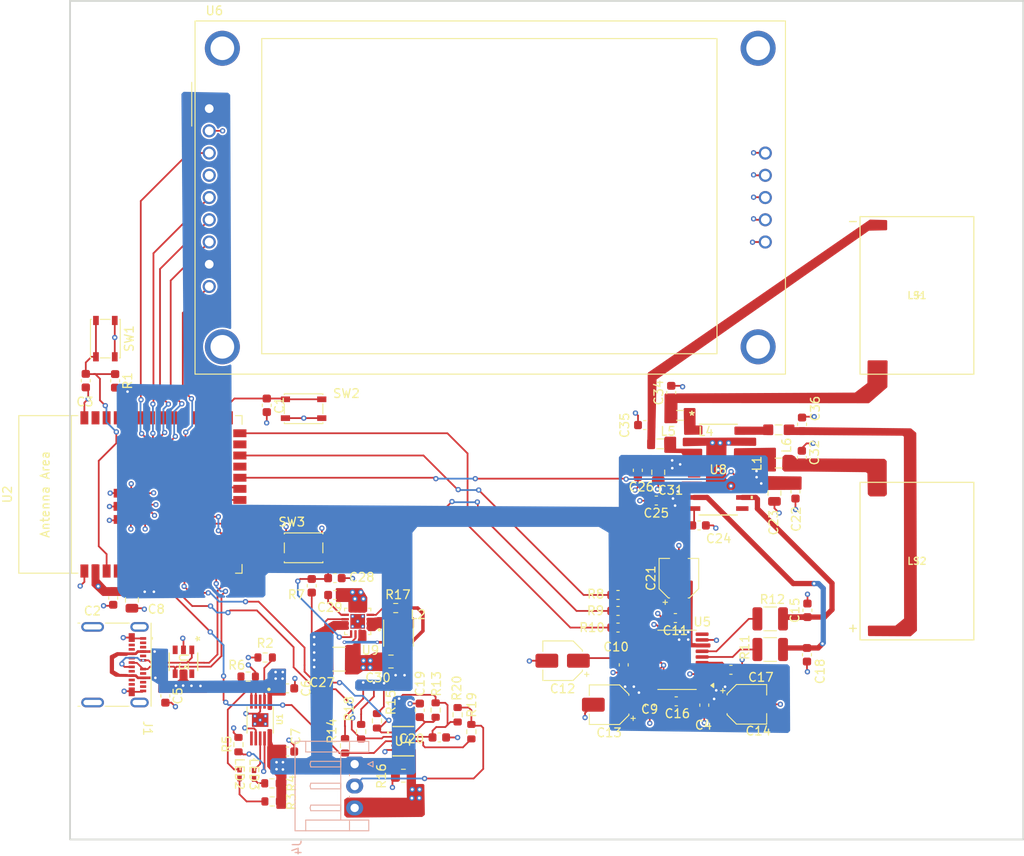
<source format=kicad_pcb>
(kicad_pcb (version 20240108) (generator "pcbnew") (generator_version "8.0")
  (layers (0 "F.Cu" signal) (1 "In1.Cu" signal) (2 "In2.Cu" signal) (31 "B.Cu" signal) (34 "B.Paste" user) (35 "F.Paste" user) (36 "B.SilkS" user "B.Silkscreen") (37 "F.SilkS" user "F.Silkscreen") (38 "B.Mask" user) (39 "F.Mask" user) (44 "Edge.Cuts" user))
  (net 0 "")
  (net 2 "/D+")
  (net 3 "GND")
  (net 9 "/D-")
  (net 10 "VBUS_USB_C")
  (net 20 "Net-(SW3-A)")
  (net 24 "+3.3V")
  (net 29 "Net-(SW1-A)")
  (net 30 "Net-(SW2-A)")
  (net 43 "Net-(U1-ISET)")
  (net 44 "Net-(U1-PRE-TERM)")
  (net 45 "+BATT")
  (net 46 "Net-(U1-TS)")
  (net 47 "Net-(U5-LRCK)")
  (net 48 "Net-(U5-CAPM)")
  (net 49 "Net-(U5-LDOO)")
  (net 50 "/DEMP")
  (net 51 "Net-(U5-DIN)")
  (net 52 "Net-(U5-CAPP)")
  (net 53 "Net-(U5-OUTL)")
  (net 54 "Net-(U5-OUTR)")
  (net 55 "Net-(U5-BCK)")
  (net 56 "Net-(U5-VNEG)")
  (net 57 "/SCK")
  (net 58 "/MOSI")
  (net 59 "/MISO")
  (net 60 "/~{CS}")
  (net 61 "/D{slash}~{C}")
  (net 62 "Net-(U1-CHG_N)")
  (net 63 "Net-(LED2-Pad2)")
  (net 64 "Net-(U1-PG_N)")
  (net 65 "/BCK")
  (net 66 "/DIN")
  (net 67 "/LRCK")
  (net 68 "BATT-")
  (net 69 "/NTC")
  (net 70 "/SCL")
  (net 71 "/ALM")
  (net 72 "/SDA")
  (net 73 "RSTIO")
  (net 76 "Out_R")
  (net 77 "Out_L")
  (net 78 "Net-(U8-VREF)")
  (net 79 "-out_r")
  (net 80 "+out_l")
  (net 81 "+out_r")
  (net 82 "Net-(U8--OUT_R)")
  (net 83 "Net-(U8-+OUT_L)")
  (net 84 "Net-(U8--OUT_L)")
  (net 85 "Net-(U8-+OUT_R)")
  (net 86 "-out_l")
  (net 87 "Net-(U9-SS-TR)")
  (net 88 "Net-(U9-PG)")
  (net 89 "Net-(L2-Pad1)")
  (net 90 "Net-(LED3-Pad2)")
  (net 93 "/Mode")
  (net 94 "/SD")
  (net 95 "/MUTE")
  (net 96 "Net-(U4-BAT{slash}CD)")
  (net 98 "Net-(U4-VIN)")
  (footprint "Capacitor_SMD:C_0603_1608Metric" (layer "F.Cu") (at 172.134325 63.119705 90)
    (property "Reference" "C34")
    (property "Value" "220pF")
  )
  (footprint "Capacitor_SMD:C_0603_1608Metric" (layer "F.Cu") (at 178.95125 94.785 180)
    (property "Reference" "C17")
    (property "Value" "2.2uF")
  )
  (footprint "Button_Switch_SMD:SW_SPST_PTS810" (layer "F.Cu") (at 107.495 56.955 -90)
    (property "Reference" "SW1")
    (property "Value" "reset")
  )
  (footprint "Capacitor_SMD:C_0603_1608Metric" (layer "F.Cu") (at 166.70875 94.22 90)
    (property "Reference" "C10")
    (property "Value" "0.1uF")
  )
  (footprint "Capacitor_SMD:C_0603_1608Metric" (layer "F.Cu") (at 169.68375 98.845 -90)
    (property "Reference" "C9")
    (property "Value" "0.1uF")
  )
  (footprint "Capacitor_SMD:C_0603_1608Metric" (layer "F.Cu") (at 166.05625 88.06 180)
    (property "Reference" "R9")
    (property "Value" "470")
  )
  (footprint "Inductor_SMD:L_0805_2012Metric" (layer "F.Cu") (at 173.144325 65.719705)
    (property "Reference" "L4")
    (property "Value" "100uH")
  )
  (footprint "Capacitor_SMD:CP_Elec_4x5.3" (layer "F.Cu") (at 180.77625 98.725)
    (property "Reference" "C14")
    (property "Value" "10u")
  )
  (footprint "PCM_Espressif:ESP32-S3-WROOM-2" (layer "F.Cu") (at 113.36 74.75 90)
    (property "Reference" "U2")
    (property "Value" "ESP32-S3-WROOM-2")
  )
  (footprint "Button_Switch_SMD:SW_SPST_PTS810" (layer "F.Cu") (at 130.14 80.85 180)
    (property "Reference" "SW3")
    (property "Value" "power OFF")
  )
  (footprint "Resistor_SMD:R_0603_1608Metric" (layer "F.Cu") (at 140.665 87.73)
    (property "Reference" "R17")
    (property "Value" "100K")
  )
  (footprint "Inductor_SMD:L_0805_2012Metric" (layer "F.Cu") (at 170.887348 68.97)
    (property "Reference" "L5")
    (property "Value" "100uH")
  )
  (footprint "Inductor_SMD:L_0805_2012Metric" (layer "F.Cu") (at 184.399848 67.37 180)
    (property "Reference" "L6")
    (property "Value" "100uH")
  )
  (footprint "Capacitor_SMD:C_0603_1608Metric" (layer "F.Cu") (at 143.4132 99.410001 -90)
    (property "Reference" "C19")
    (property "Value" "220nF")
  )
  (footprint "Capacitor_SMD:C_0603_1608Metric" (layer "F.Cu") (at 128.295 96.9)
    (property "Reference" "C6")
    (property "Value" "1.0uF")
  )
  (footprint "Capacitor_SMD:C_0603_1608Metric" (layer "F.Cu") (at 108.6125 61.78 -90)
    (property "Reference" "R1")
    (property "Value" "10k")
  )
  (footprint "Capacitor_SMD:C_0603_1608Metric" (layer "F.Cu") (at 172.60875 88.87 180)
    (property "Reference" "C11")
    (property "Value" "0.1uF")
  )
  (footprint "Capacitor_SMD:C_0603_1608Metric" (layer "F.Cu") (at 187.074848 66.745 90)
    (property "Reference" "C36")
    (property "Value" "220pF")
  )
  (footprint "VLMS1500-GS08:LED_00-GS08_VIS" (layer "F.Cu") (at 124.48 106.7253 -90)
    (property "Reference" "LED3")
    (property "Value" "VLMS1500-GS08")
  )
  (footprint "Resistor_SMD:R_0603_1608Metric" (layer "F.Cu") (at 149.3032 101.850001 90)
    (property "Reference" "R19")
    (property "Value" "1k")
  )
  (footprint "Capacitor_SMD:C_0603_1608Metric" (layer "F.Cu") (at 175.314325 78.289705)
    (property "Reference" "C24")
    (property "Value" "1uF")
  )
  (footprint "VLMB1500-GS08:LED_500-GS08_VIS" (layer "F.Cu") (at 122.82 106.668 -90)
    (property "Reference" "LED2")
    (property "Value" "VLMB1500-GS08")
  )
  (footprint "Capacitor_SMD:C_0603_1608Metric" (layer "F.Cu") (at 105.26 61.755 -90)
    (property "Reference" "C3")
    (property "Value" "0.1uF")
  )
  (footprint "Capacitor_SMD:C_0603_1608Metric" (layer "F.Cu") (at 170.429325 75.449705 180)
    (property "Reference" "C25")
    (property "Value" "1uF")
  )
  (footprint "Resistor_SMD:R_0603_1608Metric" (layer "F.Cu") (at 122.7 103.33 90)
    (property "Reference" "R5")
    (property "Value" "250K")
  )
  (footprint "NR3015T2R2M:IND_NR3015T2R2M" (layer "F.Cu") (at 140.98 90.59 -90)
    (property "Reference" "L2")
    (property "Value" "NR3015T2R2M")
  )
  (footprint "STC3115AIQT:DFN10_2X3_STM" (layer "F.Cu") (at 141.5269 102.94)
    (property "Reference" "U4")
    (property "Value" "STC3115AIQT")
  )
  (footprint "Capacitor_SMD:C_0603_1608Metric" (layer "F.Cu") (at 131.07 85.185 -90)
    (property "Reference" "R7")
    (property "Value" "10k")
  )
  (footprint "Capacitor_SMD:C_0603_1608Metric" (layer "F.Cu") (at 133.715 84.31)
    (property "Reference" "C28")
    (property "Value" "0.1uF")
  )
  (footprint "Resistor_SMD:R_0603_1608Metric" (layer "F.Cu") (at 147.7332 99.920001 90)
    (property "Reference" "R20")
    (property "Value" "1M")
  )
  (footprint "Capacitor_SMD:C_0603_1608Metric" (layer "F.Cu") (at 187.63875 93.065 -90)
    (property "Reference" "C18")
    (property "Value" "2.2nF")
  )
  (footprint "Capacitor_SMD:C_0805_2012Metric" (layer "F.Cu") (at 110.53 86.8 90)
    (property "Reference" "C8")
    (property "Value" "22uF")
  )
  (footprint "Capacitor_SMD:C_0603_1608Metric" (layer "F.Cu") (at 187.68875 87.99 90)
    (property "Reference" "C15")
    (property "Value" "2.2nF")
  )
  (footprint "Capacitor_SMD:C_0603_1608Metric" (layer "F.Cu") (at 169.1132 66.8274 180)
    (property "Reference" "C35")
    (property "Value" "220pF")
  )
  (footprint "Capacitor_SMD:C_0603_1608Metric" (layer "F.Cu") (at 166.05625 89.96 180)
    (property "Reference" "R10")
    (property "Value" "470")
  )
  (footprint "Resistor_SMD:R_1210_3225Metric" (layer "F.Cu") (at 183.43875 88.965 180)
    (property "Reference" "R12")
    (property "Value" "470")
  )
  (footprint "Resistor_SMD:R_0603_1608Metric" (layer "F.Cu") (at 126.525 107.75)
    (property "Reference" "R4")
    (property "Value" "1k5")
  )
  (footprint "Resistor_SMD:R_0603_1608Metric" (layer "F.Cu") (at 123.81 95.56)
    (property "Reference" "R6")
    (property "Value" "1k")
  )
  (footprint "BQ24092DGQT:IC_XTR111AIDGQR" (layer "F.Cu") (at 125.18 100.52 -90)
    (property "Reference" "U1")
    (property "Value" "BQ24092DGQT")
  )
  (footprint "Capacitor_SMD:C_0603_1608Metric" (layer "F.Cu") (at 125.935 64.57 -90)
    (property "Reference" "C1")
    (property "Value" "0.1uF")
  )
  (footprint "Capacitor_SMD:C_0603_1608Metric" (layer "F.Cu") (at 175.90875 98.82 -90)
    (property "Reference" "C4")
    (property "Value" "0.1uF")
  )
  (footprint "Capacitor_SMD:C_0603_1608Metric" (layer "F.Cu") (at 133.715 86.24)
    (property "Reference" "C29")
    (property "Value" "3.3nF")
  )
  (footprint "Capacitor_SMD:CP_Elec_4x5.3" (layer "F.Cu") (at 165.03515 98.77 180)
    (property "Reference" "C13")
    (property "Value" "10u")
  )
  (footprint "Capacitor_SMD:C_0603_1608Metric" (layer "F.Cu") (at 187.049848 70.545 90)
    (property "Reference" "C32")
    (property "Value" "220pF")
  )
  (footprint "Capacitor_SMD:C_0603_1608Metric" (layer "F.Cu") (at 108.39 86.58 -90)
    (property "Reference" "C2")
    (property "Value" "0.1uF")
  )
  (footprint "Capacitor_SMD:C_0805_2012Metric" (layer "F.Cu") (at 183.924848 74.595 -90)
    (property "Reference" "C23")
    (property "Value" "10uF")
  )
  (footprint "Resistor_SMD:R_0603_1608Metric" (layer "F.Cu") (at 138.5232 100.610001 -90)
    (property "Reference" "R15")
    (property "Value" "2.2k")
  )
  (footprint "TPS62152:QFN50P300X300X100-17N" (layer "F.Cu") (at 136.32 89.255 180)
    (property "Reference" "U9")
    (property "Value" "TPS62152RGTR" (hide yes))
  )
  (footprint "Capacitor_SMD:C_0603_1608Metric" (layer "F.Cu") (at 172.70625 98.385 180)
    (property "Reference" "C16")
    (property "Value" "2.2uF")
  )
  (footprint "Capacitor_SMD:C_0603_1608Metric" (layer "F.Cu") (at 168.319848 71.995 -90)
    (property "Reference" "C26")
    (property "Value" "1uF")
  )
  (footprint "Capacitor_SMD:C_1210_3225Metric" (layer "F.Cu") (at 134.185 93.57)
    (property "Reference" "C27")
    (property "Value" "10uF")
  )
  (footprint "Capacitor_SMD:C_0603_1608Metric" (layer "F.Cu") (at 186.324848 74.445 -90)
    (property "Reference" "C22")
    (property "Value" "1uF")
  )
  (footprint "Capacitor_SMD:C_0805_2012Metric" (layer "F.Cu") (at 140.12 93.84)
    (property "Reference" "C30")
    (property "Value" "22uF")
  )
  (footprint "Resistor_SMD:R_0603_1608Metric" (layer "F.Cu") (at 134.8732 103.460001 90)
    (property "Reference" "R14")
    (property "Value" "2.2k")
  )
  (footprint "Capacitor_SMD:C_0603_1608Metric" (layer "F.Cu") (at 145.6432 102.510001)
    (property "Reference" "C20")
    (property "Value" "1.0uF")
  )
  (footprint "CMS-181325-078S-67:SPKR_CMS-181325-078S-67" (layer "F.Cu") (at 200.2 82.37 180)
    (property "Reference" "LS2")
    (property "Value" "CMS-181325-078S-67")
  )
  (footprint "Display:CR2013-MI2120" (layer "F.Cu") (at 119.36 30.68)
    (property "Reference" "U6")
    (property "Value" "CR2013-MI2120")
  )
  (footprint "Resistor_SMD:R_0603_1608Metric" (layer "F.Cu") (at 136.7132 101.850001 90)
    (property "Reference" "R18")
    (property "Value" "2.2k")
  )
  (footprint "Resistor_SMD:R_0805_2012Metric" (layer "F.Cu") (at 141.5432 106.880001)
    (property "Reference" "R16")
    (property "Value" "10m")
  )
  (footprint "Package_SO:TSSOP-20_4.4x6.5mm_P0.65mm" (layer "F.Cu") (at 172.79625 93.645 180)
    (property "Reference" "U5")
    (property "Value" "PCM5102A")
  )
  (footprint "Connector_USB:USB_C_Receptacle_Molex_105450-0101" (layer "F.Cu") (at 108.595 94.2 -90)
    (property "Reference" "J1")
    (property "Value" "USB_C_Receptacle")
  )
  (footprint "Button_Switch_SMD:SW_SPST_PTS810" (layer "F.Cu") (at 130.14 64.96 180)
    (property "Reference" "SW2")
    (property "Value" "boot")
  )
  (footprint "Capacitor_SMD:CP_Elec_4x5.3" (layer "F.Cu") (at 159.72625 93.745 180)
    (property "Reference" "C12")
    (property "Value" "10u")
  )
  (footprint "Resistor_SMD:R_1210_3225Metric" (layer "F.Cu") (at 183.43875 92.465 180)
    (property "Reference" "R11")
    (property "Value" "470")
  )
  (footprint "Capacitor_SMD:C_0805_2012Metric" (layer "F.Cu") (at 170.649848 72.22 -90)
    (property "Reference" "C31")
    (property "Value" "10uF")
  )
  (footprint "Capacitor_SMD:C_0603_1608Metric" (layer "F.Cu") (at 128.295 104.12)
    (property "Reference" "C7")
    (property "Value" "4.7n")
  )
  (footprint "Capacitor_SMD:C_0603_1608Metric" (layer "F.Cu") (at 166.05625 86.235 180)
    (property "Reference" "R8")
    (property "Value" "470")
  )
  (footprint "Capacitor_SMD:C_0603_1608Metric" (layer "F.Cu") (at 114.35 97.76 -90)
    (property "Reference" "C5")
    (property "Value" "100nF")
  )
  (footprint "Capacitor_SMD:CP_Elec_4x5.3" (layer "F.Cu") (at 173.00875 84.32 90)
    (property "Reference" "C21")
    (property "Value" "10u")
  )
  (footprint "Inductor_SMD:L_0805_2012Metric" (layer "F.Cu") (at 184.399848 71.17 180)
    (property "Reference" "L1")
    (property "Value" "100uH")
  )
  (footprint "MAX3207EAUT+:21-0058I_MXM" (layer "F.Cu") (at 116.42 93.867549 -90)
    (property "Reference" "U3")
    (property "Value" "MAX3207EAUT+")
  )
  (footprint "Resistor_SMD:R_0603_1608Metric" (layer "F.Cu") (at 126.545 109.82)
    (property "Reference" "R3")
    (property "Value" "1k5")
  )
  (footprint "CMS-181325-078S-67:SPKR_CMS-181325-078S-67" (layer "F.Cu") (at 200.2 52.02 180)
    (property "Reference" "LS1")
    (property "Value" "CMS-181325-078S-67")
  )
  (footprint "Resistor_SMD:R_0603_1608Metric" (layer "F.Cu") (at 125.75 93.38 180)
    (property "Reference" "R2")
    (property "Value" "540")
  )
  (footprint "pam8406:PAM8406ER_DIO" (layer "F.Cu") (at 177.5 71.92)
    (property "Reference" "U8")
    (property "Value" "PAM8406ER")
  )
  (footprint "Resistor_SMD:R_0603_1608Metric" (layer "F.Cu") (at 145.2232 99.380001 90)
    (property "Reference" "R13")
    (property "Value" "1k")
  )
  (footprint "Connector_JST:JST_EH_S3B-EH_1x03_P2.50mm_Horizontal" (layer "B.Cu") (at 135.9725 105.56 -90)
    (property "Reference" "J4")
    (property "Value" "JST_03")
  )
  (gr_rect (start 103.4625 18.375) (end 212.3475 114.165) (stroke (width 0.2)) (fill none) (layer "Edge.Cuts"))
  (segment (start 116.795 93.975) (end 117.370001 93.399999) (width 0.2) (layer "F.Cu") (net 2))
  (segment (start 120.305 86.29) (end 120.31 86.285) (width 0.2) (layer "F.Cu") (net 2))
  (segment (start 117.370001 93.399999) (end 117.370001 92.505098) (width 0.2) (layer "F.Cu") (net 2))
  (segment (start 109.39 94.15) (end 109.39 94.11) (width 0.2) (layer "F.Cu") (net 2))
  (segment (start 109.69 94.45) (end 109.53 94.29) (width 0.2) (layer "F.Cu") (net 2))
  (segment (start 120.31 86.285) (end 120.31 85.75) (width 0.2) (layer "F.Cu") (net 2))
  (segment (start 121.61 84.45) (end 121.61 83.5) (width 0.2) (layer "F.Cu") (net 2))
  (segment (start 120.31 85.75) (end 121.61 84.45) (width 0.2) (layer "F.Cu") (net 2))
  (segment (start 118.775 93.975) (end 118.78 93.98) (width 0.2) (layer "F.Cu") (net 2))
  (segment (start 110.51 94.45) (end 109.69 94.45) (width 0.2) (layer "F.Cu") (net 2))
  (segment (start 111.81 93.7) (end 111.8106 93.7006) (width 0.2) (layer "F.Cu") (net 2))
  (segment (start 112.4204 93.7006) (end 112.6948 93.975) (width 0.2) (layer "F.Cu") (net 2))
  (segment (start 119.3518 93.98) (end 120.305 93.0268) (width 0.2) (layer "F.Cu") (net 2))
  (segment (start 111.8106 93.7006) (end 112.4204 93.7006) (width 0.2) (layer "F.Cu") (net 2))
  (segment (start 112.6948 93.975) (end 116.795 93.975) (width 0.2) (layer "F.Cu") (net 2))
  (segment (start 109.53 94.29) (end 109.39 94.15) (width 0.2) (layer "F.Cu") (net 2))
  (segment (start 116.795 93.975) (end 118.775 93.975) (width 0.2) (layer "F.Cu") (net 2))
  (segment (start 120.305 93.0268) (end 120.305 86.29) (width 0.2) (layer "F.Cu") (net 2))
  (segment (start 120.305 86.29) (end 120.305 86.25) (width 0.2) (layer "F.Cu") (net 2))
  (segment (start 118.78 93.98) (end 119.3518 93.98) (width 0.2) (layer "F.Cu") (net 2))
  (via (at 109.39 94.11) (size 0.6) (drill 0.3) (layers "F.Cu" "B.Cu") (net 2))
  (via (at 111.81 93.7) (size 0.3) (drill 0.15) (layers "F.Cu" "B.Cu") (net 2))
  (segment (start 109.39 93.84) (end 109.39 94.11) (width 0.2) (layer "B.Cu") (net 2))
  (segment (start 111.476 93.726) (end 111.16 93.41) (width 0.2) (layer "B.Cu") (net 2))
  (segment (start 109.82 93.41) (end 109.39 93.84) (width 0.2) (layer "B.Cu") (net 2))
  (segment (start 111.16 93.41) (end 109.82 93.41) (width 0.2) (layer "B.Cu") (net 2))
  (segment (start 174.27 95.27) (end 174.26 95.26) (width 0.2) (layer "F.Cu") (net 3))
  (segment (start 105.1 66) (end 105.1 64.2672) (width 0.2) (layer "F.Cu") (net 3))
  (segment (start 113.27 75.92) (end 112.14 75.92) (width 0.2) (layer "F.Cu") (net 3))
  (segment (start 128.14 78.44) (end 128.14 79.7) (width 0.2) (layer "F.Cu") (net 3))
  (segment (start 168 74.25) (end 168.319848 73.930152) (width 0.2) (layer "F.Cu") (net 3))
  (segment (start 112.04 78.7) (end 112.04 77.7) (width 0.2) (layer "F.Cu") (net 3))
  (segment (start 155.965 93.745) (end 155.93 93.78) (width 0.2) (layer "F.Cu") (net 3))
  (segment (start 169.63403 75.47) (end 169.654325 75.449705) (width 0.2) (layer "F.Cu") (net 3))
  (segment (start 187.049848 69.470152) (end 187.049848 69.77) (width 0.2) (layer "F.Cu") (net 3))
  (segment (start 188.46 65.87) (end 187.174848 65.87) (width 0.2) (layer "F.Cu") (net 3))
  (segment (start 129.15 96.82) (end 129.07 96.9) (width 0.2) (layer "F.Cu") (net 3))
  (segment (start 180.23 94.41) (end 180.23 93.63) (width 0.2) (layer "F.Cu") (net 3))
  (segment (start 182.84 40.8) (end 182.88 40.84) (width 0.2) (layer "F.Cu") (net 3))
  (segment (start 135.69 84.31) (end 135.73 84.35) (width 0.2) (layer "F.Cu") (net 3))
  (segment (start 122.15 101.955) (end 122.7 102.505) (width 0.2) (layer "F.Cu") (net 3))
  (segment (start 110.41 77.65) (end 110.45 77.61) (width 0.2) (layer "F.Cu") (net 3))
  (segment (start 125.18 99.56) (end 125.18 98.42) (width 0.2) (layer "F.Cu") (net 3))
  (segment (start 115.035 98.535) (end 115.5 99) (width 0.2) (layer "F.Cu") (net 3))
  (segment (start 124.68 101.07) (end 124.58 100.97) (width 0.2) (layer "F.Cu") (net 3))
  (segment (start 120.89 33.22) (end 119.36 33.22) (width 0.2) (layer "F.Cu") (net 3))
  (segment (start 179.72625 94.785) (end 179.855 94.785) (width 0.2) (layer "F.Cu") (net 3))
  (segment (start 170.42 89.61) (end 170.16 89.61) (width 0.2) (layer "F.Cu") (net 3))
  (segment (start 110.51 91.1) (end 110.61 91.2) (width 0.2) (layer "F.Cu") (net 3))
  (segment (start 125.935 66.565) (end 125.92 66.58) (width 0.2) (layer "F.Cu") (net 3))
  (segment (start 112.78 76.82) (end 113.11 77.15) (width 0.2) (layer "F.Cu") (net 3))
  (segment (start 162.29 99.71515) (end 163.23515 98.77) (width 0.2) (layer "F.Cu") (net 3))
  (segment (start 111.71 97.3) (end 110.51 97.3) (width 0.2) (layer "F.Cu") (net 3))
  (segment (start 123.83 93.38) (end 124.925 93.38) (width 0.2) (layer "F.Cu") (net 3))
  (segment (start 110.44 97.23) (end 110.51 97.3) (width 0.2) (layer "F.Cu") (net 3))
  (segment (start 168.55 75.47) (end 169.63403 75.47) (width 0.2) (layer "F.Cu") (net 3))
  (segment (start 183.924848 76.334848) (end 183.924848 75.545) (width 0.2) (layer "F.Cu") (net 3))
  (segment (start 169.68375 100.89) (end 169.68375 99.62) (width 0.2) (layer "F.Cu") (net 3))
  (segment (start 165.49 95.1) (end 166.60375 95.1) (width 0.2) (layer "F.Cu") (net 3))
  (segment (start 181.54 35.73) (end 182.85 35.73) (width 0.2) (layer "F.Cu") (net 3))
  (segment (start 187.6 68.92) (end 187.049848 69.470152) (width 0.2) (layer "F.Cu") (net 3))
  (segment (start 181.65 43.38) (end 182.88 43.38) (width 0.2) (layer "F.Cu") (net 3))
  (segment (start 108.85 77.71) (end 108.95 77.61) (width 0.2) (layer "F.Cu") (net 3))
  (segment (start 143.4132 98.635001) (end 142.324999 98.635001) (width 0.2) (layer "F.Cu") (net 3))
  (segment (start 111.16 76.82) (end 112.78 76.82) (width 0.2) (layer "F.Cu") (net 3))
  (segment (start 169.93375 90.72) (end 170.58 90.72) (width 0.2) (layer "F.Cu") (net 3))
  (segment (start 116.42 92.505098) (end 116.42 91.26) (width 0.2) (layer "F.Cu") (net 3))
  (segment (start 124.95 99.79) (end 125.18 99.56) (width 0.2) (layer "F.Cu") (net 3))
  (segment (start 170.71 90.59) (end 170.71 89.9) (width 0.2) (layer "F.Cu") (net 3))
  (segment (start 123.83 94.23) (end 124.635 95.035) (width 0.2) (layer "F.Cu") (net 3))
  (segment (start 111.84 87.75) (end 110.53 87.75) (width 0.2) (layer "F.Cu") (net 3))
  (segment (start 110.45 73.53) (end 110.45 74.61) (width 0.2) (layer "F.Cu") (net 3))
  (segment (start 177.26 91.37) (end 177.3 91.41) (width 0.2) (layer "F.Cu") (net 3))
  (segment (start 184.46 76.87) (end 183.924848 76.334848) (width 0.2) (layer "F.Cu") (net 3))
  (segment (start 170.97 95.92) (end 171.26 95.63) (width 0.2) (layer "F.Cu") (net 3))
  (segment (start 181.59 38.3) (end 181.54 38.25) (width 0.2) (layer "F.Cu") (net 3))
  (segment (start 173.00875 80.58125) (end 173.01 80.58) (width 0.2) (layer "F.Cu") (net 3))
  (segment (start 112.14 75.92) (end 111.95 76.11) (width 0.2) (layer "F.Cu") (net 3))
  (segment (start 147.7232 102.510001) (end 147.7332 102.520001) (width 0.2) (layer "F.Cu") (net 3))
  (segment (start 108.57 54.88) (end 108.57 56.83) (width 0.2) (layer "F.Cu") (net 3))
  (segment (start 181.54 43.27) (end 181.65 43.38) (width 0.2) (layer "F.Cu") (net 3))
  (segment (start 107.29 87.47) (end 108.275 87.47) (width 0.2) (layer "F.Cu") (net 3))
  (segment (start 169.93375 94.62) (end 170.9 94.62) (width 0.2) (layer "F.Cu") (net 3))
  (segment (start 181.44 45.92) (end 182.88 45.92) (width 0.2) (layer "F.Cu") (net 3))
  (segment (start 170.71 89.9) (end 170.42 89.61) (width 0.2) (layer "F.Cu") (net 3))
  (segment (start 186.324848 76.464848) (end 186.34 76.48) (width 0.2) (layer "F.Cu") (net 3))
  (segment (start 124.48 101.48) (end 123.53 101.48) (width 0.2) (layer "F.Cu") (net 3))
  (segment (start 175.65875 95.27) (end 174.27 95.27) (width 0.2) (layer "F.Cu") (net 3))
  (segment (start 179.855 94.785) (end 180.23 94.41) (width 0.2) (layer "F.Cu") (net 3))
  (segment (start 110.41 78.71) (end 110.41 77.65) (width 0.2) (layer "F.Cu") (net 3))
  (segment (start 108.05 74.6) (end 108.94 74.6) (width 0.2) (layer "F.Cu") (net 3))
  (segment (start 140.29 108.22) (end 140.29 107.220701) (width 0.2) (layer "F.Cu") (net 3))
  (segment (start 173.00875 82.52) (end 173.00875 80.58125) (width 0.2) (layer "F.Cu") (net 3))
  (segment (start 111.81 97.2) (end 111.71 97.3) (width 0.2) (layer "F.Cu") (net 3))
  (segment (start 110.61 91.2) (end 111.81 91.2) (width 0.2) (layer "F.Cu") (net 3))
  (segment (start 124.61 101.61) (end 124.48 101.48) (width 0.2) (layer "F.Cu") (net 3))
  (segment (start 116.42 91.26) (end 116.34 91.18) (width 0.2) (layer "F.Cu") (net 3))
  (segment (start 182.85 35.73) (end 182.88 35.76) (width 0.2) (layer "F.Cu") (net 3))
  (segment (start 124.68 101.68) (end 124.61 101.61) (width 0.2) (layer "F.Cu") (net 3))
  (segment (start 124.635 95.035) (end 124.635 95.56) (width 0.2) (layer "F.Cu") (net 3))
  (segment (start 140.6506 103.940001) (end 139.629999 103.940001) (width 0.2) (layer "F.Cu") (net 3))
  (segment (start 113.01 74.58) (end 112.98 74.61) (width 0.2) (layer "F.Cu") (net 3))
  (segment (start 114.35 98.535) (end 115.035 98.535) (width 0.2) (layer "F.Cu") (net 3))
  (segment (start 109.55 91.1) (end 109.54 91.11) (width 0.2) (layer "F.Cu") (net 3))
  (segment (start 184.6 98.725) (end 182.57625 98.725) (width 0.2) (layer "F.Cu") (net 3))
  (segment (start 124.68 102.62) (end 124.68 101.68) (width 0.2) (layer "F.Cu") (net 3))
  (segment (start 139.629999 103.940001) (end 139.43 104.14) (width 0.2) (layer "F.Cu") (net 3))
  (segment (start 181.54 40.8) (end 182.84 40.8) (width 0.2) (layer "F.Cu") (net 3))
  (segment (start 168.0464 65.4558) (end 168.3382 65.7476) (width 0.2) (layer "F.Cu") (net 3))
  (segment (start 175.65875 91.37) (end 177.26 91.37) (width 0.2) (layer "F.Cu") (net 3))
  (segment (start 162.29 100.24) (end 162.29 99.71515) (width 0.2) (layer "F.Cu") (net 3))
  (segment (start 176.089325 78.289705) (end 176.919705 78.289705) (width 0.2) (layer "F.Cu") (net 3))
  (segment (start 171.12 88.87) (end 170.6 88.35) (width 0.2) (layer "F.Cu") (net 3))
  (segment (start 105.26 62.53) (end 105.537 62.807) (width 0.2) (layer "F.Cu") (net 3))
  (segment (start 187.174848 65.87) (end 187.074848 65.97) (width 0.2) (layer "F.Cu") (net 3))
  (segment (start 132.23 78.61) (end 132.23 79.76) (width 0.2) (layer "F.Cu") (net 3))
  (segment (start 108.61 56.87) (end 108.57 56.83) (width 0.2) (layer "F.Cu") (net 3))
  (segment (start 187.63875 94.95875) (end 187.69 95.01) (width 0.2) (layer "F.Cu") (net 3))
  (segment (start 173.43 62.45) (end 173.324705 62.344705) (width 0.2) (layer "F.Cu") (net 3))
  (segment (start 166.60375 95.1) (end 166.70875 94.995) (width 0.2) (layer "F.Cu") (net 3))
  (segment (start 157.92625 93.745) (end 155.965 93.745) (width 0.2) (layer "F.Cu") (net 3))
  (segment (start 168.3382 65.7476) (end 168.3382 66.8274) (width 0.2) (layer "F.Cu") (net 3))
  (segment (start 170.561 74.1426) (end 170.649848 74.053752) (width 0.2) (layer "F.Cu") (net 3))
  (segment (start 108.94 74.6) (end 108.95 74.61) (width 0.2) (layer "F.Cu") (net 3))
  (segment (start 171.83375 88.87) (end 171.12 88.87) (width 0.2) (layer "F.Cu") (net 3))
  (segment (start 134.49 84.31) (end 135.69 84.31) (width 0.2) (layer "F.Cu") (net 3))
  (segment (start 112.98 74.61) (end 111.95 74.61) (width 0.2) (layer "F.Cu") (net 3))
  (segment (start 112.04 77.7) (end 111.95 77.61) (width 0.2) (layer "F.Cu") (net 3))
  (segment (start 129.15 95.77) (end 129.15 96.82) (width 0.2) (layer "F.Cu") (net 3))
  (segment (start 123.55 99.79) (end 124.95 99.79) (width 0.2) (layer "F.Cu") (net 3))
  (segment (start 132.23 79.76) (end 132.215 79.775) (width 0.2) (layer "F.Cu") (net 3))
  (segment (start 123.53 101.48) (end 123.47 101.42) (width 0.2) (layer "F.Cu") (net 3))
  (segment (start 110.45 76.11) (end 111.16 76.82) (width 0.2) (layer "F.Cu") (net 3))
  (segment (start 170.9 94.62) (end 171.26 94.26) (width 0.2) (layer "F.Cu") (net 3))
  (segment (start 129.07 103.43) (end 129.07 104.12) (width 0.2) (layer "F.Cu") (net 3))
  (segment (start 169.93375 93.97) (end 170.97 93.97) (width 0.2) (layer "F.Cu") (net 3))
  (segment (start 186.324848 75.22) (end 186.324848 76.464848) (width 0.2) (layer "F.Cu") (net 3))
  (segment (start 147.4932 102.510001) (end 147.7232 102.510001) (width 0.2) (layer "F.Cu") (net 3))
  (segment (start 105.13 62.66) (end 105.26 62.53) (width 0.2) (layer "F.Cu") (net 3))
  (segment (start 188.34 68.92) (end 187.6 68.92) (width 0.2) (layer "F.Cu") (net 3))
  (segment (start 107.96 77.71) (end 108.85 77.71) (width 0.2) (layer "F.Cu") (net 3))
  (segment (start 122.15 101.43) (end 122.15 101.955) (width 0.2) (layer "F.Cu") (net 3))
  (segment (start 168.319848 73.930152) (end 168.319848 72.77) (width 0.2) (layer "F.Cu") (net 3))
  (segment (start 105.1 64.2672) (end 105.537 63.8302) (width 0.2) (layer "F.Cu") (net 3))
  (segment (start 132.215 79.775) (end 128.065 79.775) (width 0.2) (layer "F.Cu") (net 3))
  (segment (start 170.649848 74.053752) (end 170.649848 73.17) (width 0.2) (layer "F.Cu") (net 3))
  (segment (start 175.90875 100.83) (end 175.90875 99.595) (width 0.2) (layer "F.Cu") (net 3))
  (segment (start 108.57 59.03) (end 108.57 56.83) (width 0.2) (layer "F.Cu") (net 3))
  (segment (start 169.93375 95.92) (end 170.97 95.92) (width 0.2) (layer "F.Cu") (net 3))
  (segment (start 108.275 87.47) (end 108.39 87.355) (width 0.2) (layer "F.Cu") (net 3))
  (segment (start 108.93 76.13) (end 108.95 76.11) (width 0.2) (layer "F.Cu") (net 3))
  (segment (start 182.88 38.3) (end 181.59 38.3) (width 0.2) (layer "F.Cu") (net 3))
  (segment (start 105.1 84.7396) (end 105.1 83.5) (width 0.2) (layer "F.Cu") (net 3))
  (segment (start 128.46 102.82) (end 129.07 103.43) (width 0.2) (layer "F.Cu") (net 3))
  (segment (start 107.97 76.13) (end 108.93 76.13) (width 0.2) (layer "F.Cu") (net 3))
  (segment (start 125.935 65.345) (end 125.935 66.565) (width 0.2) (layer "F.Cu") (net 3))
  (segment (start 146.4182 102.510001) (end 147.4932 102.510001) (width 0.2) (layer "F.Cu") (net 3))
  (segment (start 109.64 97.23) (end 110.44 97.23) (width 0.2) (layer "F.Cu") (net 3))
  (segment (start 132.215 66.035) (end 130.16 66.035) (width 0.2) (layer "F.Cu") (net 3))
  (segment (start 104.6226 85.217) (end 105.1 84.7396) (width 0.2) (layer "F.Cu") (net 3))
  (segment (start 105.537 62.807) (end 105.537 63.8302) (width 0.2) (layer "F.Cu") (net 3))
  (segment (start 170.58 90.72) (end 170.71 90.59) (width 0.2) (layer "F.Cu") (net 3))
  (segment (start 187.7 86.15) (end 187.7 87.20375) (width 0.2) (layer "F.Cu") (net 3))
  (segment (start 123.47 101.42) (end 123.43 101.42) (width 0.2) (layer "F.Cu") (net 3))
  (segment (start 187.63875 93.84) (end 187.63875 94.95875) (width 0.2) (layer "F.Cu") (net 3))
  (segment (start 170.97 93.97) (end 171.26 94.26) (width 0.2) (layer "F.Cu") (net 3))
  (segment (start 128.14 79.7) (end 128.065 79.775) (width 0.2) (layer "F.Cu") (net 3))
  (segment (start 140.29 107.220701) (end 140.6307 106.880001) (width 0.2) (layer "F.Cu") (net 3))
  (segment (start 181.42 45.94) (end 181.44 45.92) (width 0.2) (layer "F.Cu") (net 3))
  (segment (start 110.51 91.1) (end 109.55 91.1) (width 0.2) (layer "F.Cu") (net 3))
  (segment (start 187.7 87.20375) (end 187.68875 87.215) (width 0.2) (layer "F.Cu") (net 3))
  (segment (start 130.16 66.035) (end 128.065 66.035) (width 0.2) (layer "F.Cu") (net 3))
  (segment (start 171.26 95.63) (end 171.26 94.26) (width 0.2) (layer "F.Cu") (net 3))
  (segment (start 176.919705 78.289705) (end 177.23 78.6) (width 0.2) (layer "F.Cu") (net 3))
  (segment (start 142.324999 98.635001) (end 142.3 98.66) (width 0.2) (layer "F.Cu") (net 3))
  (segment (start 111.95 87.86) (end 111.84 87.75) (width 0.2) (layer "F.Cu") (net 3))
  (segment (start 173.324705 62.344705) (end 172.134325 62.344705) (width 0.2) (layer "F.Cu") (net 3))
  (via (at 135.73 84.35) (size 0.6) (drill 0.3) (layers "F.Cu" "B.Cu") (net 3))
  (via (at 180.23 93.63) (size 0.6) (drill 0.3) (layers "F.Cu" "B.Cu") (net 3))
  (via (at 168.55 75.47) (size 0.6) (drill 0.3) (layers "F.Cu" "B.Cu") (net 3))
  (via (at 120.89 33.22) (size 0.6) (drill 0.3) (layers "F.Cu" "B.Cu") (net 3))
  (via (at 113.27 75.92) (size 0.6) (drill 0.3) (layers "F.Cu" "B.Cu") (net 3))
  (via (at 136.95 94.53) (size 0.6) (drill 0.3) (layers "F.Cu" "B.Cu") (net 3))
  (via (at 181.54 35.73) (size 0.6) (drill 0.3) (layers "F.Cu" "B.Cu") (net 3))
  (via (at 139.43 104.14) (size 0.6) (drill 0.3) (layers "F.Cu" "B.Cu") (net 3))
  (via (at 168 74.25) (size 0.6) (drill 0.3) (layers "F.Cu" "B.Cu") (net 3))
  (via (at 140.29 108.22) (size 0.6) (drill 0.3) (layers "F.Cu" "B.Cu") (net 3))
  (via (at 113.01 74.58) (size 0.6) (drill 0.3) (layers "F.Cu" "B.Cu") (net 3))
  (via (at 108.05 74.6) (size 0.6) (drill 0.3) (layers "F.Cu" "B.Cu") (net 3))
  (via (at 177.23 78.6) (size 0.6) (drill 0.3) (layers "F.Cu" "B.Cu") (net 3))
  (via (at 142.3 98.66) (size 0.6) (drill 0.3) (layers "F.Cu" "B.Cu") (net 3))
  (via (at 171.26 94.26) (size 0.6) (drill 0.3) (layers "F.Cu" "B.Cu") (net 3))
  (via (at 173.01 80.58) (size 0.6) (drill 0.3) (layers "F.Cu" "B.Cu") (net 3))
  (via (at 123.83 93.38) (size 0.6) (drill 0.3) (layers "F.Cu" "B.Cu") (net 3))
  (via (at 178.954325 73.779705) (size 0.6) (drill 0.3) (layers "F.Cu" "B.Cu") (net 3))
  (via (at 115.5 99) (size 0.6) (drill 0.3) (layers "F.Cu" "B.Cu") (net 3))
  (via (at 170.6 88.35) (size 0.6) (drill 0.3) (layers "F.Cu" "B.Cu") (net 3))
  (via (at 104.6226 85.217) (size 0.6) (drill 0.3) (layers "F.Cu" "B.Cu") (net 3))
  (via (at 188.34 68.92) (size 0.6) (drill 0.3) (layers "F.Cu" "B.Cu") (net 3))
  (via (at 170.561 74.1426) (size 0.6) (drill 0.3) (layers "F.Cu" "B.Cu") (net 3))
  (via (at 110.41 78.71) (size 0.6) (drill 0.3) (layers "F.Cu" "B.Cu") (net 3))
  (via (at 136.98 93.73) (size 0.6) (drill 0.3) (layers "F.Cu" "B.Cu") (net 3))
  (via (at 181.42 45.94) (size 0.6) (drill 0.3) (layers "F.Cu" "B.Cu") (net 3))
  (via (at 122.15 101.43) (size 0.6) (drill 0.3) (layers "F.Cu" "B.Cu") (net 3))
  (via (at 147.7332 102.520001) (size 0.6) (drill 0.3) (layers "F.Cu" "B.Cu") (net 3))
  (via (at 170.16 89.61) (size 0.6) (drill 0.3) (layers "F.Cu" "B.Cu") (net 3))
  (via (at 116.34 91.18) (size 0.6) (drill 0.3) (layers "F.Cu" "B.Cu") (net 3))
  (via (at 136 86.68) (size 0.6) (drill 0.3) (layers "F.Cu" "B.Cu") (net 3))
  (via (at 112.04 78.7) (size 0.6) (drill 0.3) (layers "F.Cu" "B.Cu") (net 3))
  (via (at 165.49 95.1) (size 0.6) (drill 0.3) (layers "F.Cu" "B.Cu") (net 3))
  (via (at 128.14 78.44) (size 0.6) (drill 0.3) (layers "F.Cu" "B.Cu") (net 3))
  (via (at 177.3 91.41) (size 0.6) (drill 0.3) (layers "F.Cu" "B.Cu") (net 3))
  (via (at 109.54 91.11) (size 0.6) (drill 0.3) (layers "F.Cu" "B.Cu") (net 3))
  (via (at 184.6 98.725) (size 0.6) (drill 0.3) (layers "F.Cu" "B.Cu") (net 3))
  (via (at 109.64 97.23) (size 0.6) (drill 0.3) (layers "F.Cu" "B.Cu") (net 3))
  (via (at 111.95 87.86) (size 0.6) (drill 0.3) (layers "F.Cu" "B.Cu") (net 3))
  (via (at 137.76 93.73) (size 0.6) (drill 0.3) (layers "F.Cu" "B.Cu") (net 3))
  (via (at 155.93 93.78) (size 0.6) (drill 0.3) (layers "F.Cu" "B.Cu") (net 3))
  (via (at 136.68 85.92) (size 0.6) (drill 0.3) (layers "F.Cu" "B.Cu") (net 3))
  (via (at 162.29 100.24) (size 0.6) (drill 0.3) (layers "F.Cu" "B.Cu") (net 3))
  (via (at 107.96 77.71) (size 0.6) (drill 0.3) (layers "F.Cu" "B.Cu") (net 3))
  (via (at 177.5 71.92) (size 0.6) (drill 0.3) (layers "F.Cu" "B.Cu") (net 3))
  (via (at 178.684325 68.859705) (size 0.6) (drill 0.3) (layers "F.Cu" "B.Cu") (net 3))
  (via (at 123.55 99.79) (size 0.6) (drill 0.3) (layers "F.Cu" "B.Cu") (net 3))
  (via (at 132.23 78.61) (size 0.6) (drill 0.3) (layers "F.Cu" "B.Cu") (net 3))
  (via (at 107.29 87.47) (size 0.6) (drill 0.3) (layers "F.Cu" "B.Cu") (net 3))
  (via (at 129.15 95.77) (size 0.6) (drill 0.3) (layers "F.Cu" "B.Cu") (net 3))
  (via (at 176.844325 68.849705) (size 0.6) (drill 0.3) (layers "F.Cu" "B.Cu") (net 3))
  (via (at 175.90875 100.83) (size 0.6) (drill 0.3) (layers "F.Cu" "B.Cu") (net 3))
  (via (at 186.34 76.48) (size 0.6) (drill 0.3) (layers "F.Cu" "B.Cu") (net 3))
  (via (at 135.73 85.92) (size 0.6) (drill 0.3) (layers "F.Cu" "B.Cu") (net 3))
  (via (at 181.54 38.25) (size 0.6) (drill 0.3) (layers "F.Cu" "B.Cu") (net 3))
  (via (at 113.11 77.15) (size 0.6) (drill 0.3) (layers "F.Cu" "B.Cu") (net 3))
  (via (at 174.26 95.26) (size 0.6) (drill 0.3) (layers "F.Cu" "B.Cu") (net 3))
  (via (at 187.69 95.01) (size 0.6) (drill 0.3) (layers "F.Cu" "B.Cu") (net 3))
  (via (at 110.45 73.53) (size 0.6) (drill 0.3) (layers "F.Cu" "B.Cu") (net 3))
  (via (at 123.83 94.23) (size 0.6) (drill 0.3) (layers "F.Cu" "B.Cu") (net 3))
  (via (at 125.92 66.58) (size 0.6) (drill 0.3) (layers "F.Cu" "B.Cu") (net 3))
  (via (at 107.97 76.13) (size 0.6) (drill 0.3) (layers "F.Cu" "B.Cu") (net 3))
  (via (at 188.46 65.87) (size 0.6) (drill 0.3) (layers "F.Cu" "B.Cu") (net 3))
  (via (at 108.57 56.83) (size 0.6) (drill 0.3) (layers "F.Cu" "B.Cu") (net 3))
  (via (at 123.43 101.42) (size 0.6) (drill 0.3) (layers "F.Cu" "B.Cu") (net 3))
  (via (at 181.54 40.8) (size 0.6) (drill 0.3) (layers "F.Cu" "B.Cu") (net 3))
  (via (at 136.97 86.68) (size 0.6) (drill 0.3) (layers "F.Cu" "B.Cu") (net 3))
  (via (at 169.68375 100.89) (size 0.6) (drill 0.3) (layers "F.Cu" "B.Cu") (net 3))
  (via (at 128.46 102.82) (size 0.6) (drill 0.3) (layers "F.Cu" "B.Cu") (net 3))
  (via (at 187.7 86.15) (size 0.6) (drill 0.3) (layers "F.Cu" "B.Cu") (net 3))
  (via (at 130.16 66.035) (size 0.6) (drill 0.3) (layers "F.Cu" "B.Cu") (net 3))
  (via (at 177.724325 68.869705) (size 0.6) (drill 0.3) (layers "F.Cu" "B.Cu") (net 3))
  (via (at 173.43 62.45) (size 0.6) (drill 0.3) (layers "F.Cu" "B.Cu") (net 3))
  (via (at 137.74 94.53) (size 0.6) (drill 0.3) (layers "F.Cu" "B.Cu") (net 3))
  (via (at 105.537 63.8302) (size 0.6) (drill 0.3) (layers "F.Cu" "B.Cu") (net 3))
  (via (at 168.0464 65.4558) (size 0.6) (drill 0.3) (layers "F.Cu" "B.Cu") (net 3))
  (via (at 181.54 43.27) (size 0.6) (drill 0.3) (layers "F.Cu" "B.Cu") (net 3))
  (via (at 184.46 76.87) (size 0.6) (drill 0.3) (layers "F.Cu" "B.Cu") (net 3))
  (segment (start 112.335001 94.7) (end 112.610001 94.425) (width 0.2) (layer "F.Cu") (net 9))
  (segment (start 115.56 94.51) (end 115.469999 94.600001) (width 0.2) (layer "F.Cu") (net 9))
  (segment (start 115.469999 94.69) (end 115.469999 95.23) (width 0.2) (layer "F.Cu") (net 9))
  (segment (start 112.610001 94.425) (end 115.325 94.425) (width 0.2) (layer "F.Cu") (net 9))
  (segment (start 111.81 94.7) (end 111.1 93.99) (width 0.2) (layer "F.Cu") (net 9))
  (segment (start 115.469999 94.569999) (end 115.469999 94.69) (width 0.2) (layer "F.Cu") (net 9))
  (segment (start 111.81 94.7) (end 112.335001 94.7) (width 0.2) (layer "F.Cu") (net 9))
  (segment (start 115.469999 94.600001) (end 115.469999 94.69) (width 0.2) (layer "F.Cu") (net 9))
  (segment (start 120.16 83.68) (end 120.34 83.5) (width 0.2) (layer "F.Cu") (net 9))
  (segment (start 119.5382 94.43) (end 115.63 94.43) (width 0.2) (layer "F.Cu") (net 9))
  (segment (start 110.55 93.99) (end 110.51 93.95) (width 0.2) (layer "F.Cu") (net 9))
  (segment (start 120.755 86.285) (end 120.755 93.2132) (width 0.2) (layer "F.Cu") (net 9))
  (segment (start 111.1 93.99) (end 110.55 93.99) (width 0.2) (layer "F.Cu") (net 9))
  (segment (start 120.16 84.94) (end 120.16 83.68) (width 0.2) (layer "F.Cu") (net 9))
  (segment (start 115.325 94.425) (end 115.469999 94.569999) (width 0.2) (layer "F.Cu") (net 9))
  (segment (start 115.56 94.5) (end 115.56 94.51) (width 0.2) (layer "F.Cu") (net 9))
  (segment (start 120.755 93.2132) (end 119.5382 94.43) (width 0.2) (layer "F.Cu") (net 9))
  (segment (start 115.63 94.43) (end 115.56 94.5) (width 0.2) (layer "F.Cu") (net 9))
  (segment (start 121.22 85.82) (end 120.755 86.285) (width 0.2) (layer "F.Cu") (net 9))
  (via (at 121.22 85.82) (size 0.6) (drill 0.3) (layers "F.Cu" "B.Cu") (net 9))
  (via (at 120.16 84.94) (size 0.6) (drill 0.3) (layers "F.Cu" "B.Cu") (net 9))
  (segment (start 121.22 85.82) (end 120.68 85.82) (width 0.2) (layer "B.Cu") (net 9))
  (segment (start 120.17 84.95) (end 120.16 84.94) (width 0.2) (layer "B.Cu") (net 9))
  (segment (start 120.68 85.82) (end 120.17 85.31) (width 0.2) (layer "B.Cu") (net 9))
  (segment (start 120.17 85.31) (end 120.17 84.95) (width 0.2) (layer "B.Cu") (net 9))
  (segment (start 113.2006 95.7) (end 113.2078 95.7072) (width 0.2) (layer "F.Cu") (net 10))
  (segment (start 110.9694 95.45) (end 111.2194 95.7) (width 0.3) (layer "F.Cu") (net 10))
  (segment (start 110.51 95.45) (end 110.9694 95.45) (width 0.3) (layer "F.Cu") (net 10))
  (segment (start 113.1216 92.7) (end 111.81 92.7) (width 0.3) (layer "F.Cu") (net 10))
  (segment (start 111.81 95.7) (end 113.2006 95.7) (width 0.3) (layer "F.Cu") (net 10))
  (segment (start 111.2194 95.7) (end 111.81 95.7) (width 0.3) (layer "F.Cu") (net 10))
  (segment (start 110.51 92.95) (end 110.9612 92.95) (width 0.3) (layer "F.Cu") (net 10))
  (segment (start 110.9612 92.95) (end 111.2112 92.7) (width 0.3) (layer "F.Cu") (net 10))
  (segment (start 111.2112 92.7) (end 111.81 92.7) (width 0.3) (layer "F.Cu") (net 10))
  (via (at 115.56 96.6) (size 0.6) (drill 0.3) (layers "F.Cu" "B.Cu") (net 10))
  (via (at 113.2078 95.7072) (size 0.6) (drill 0.3) (layers "F.Cu" "B.Cu") (net 10))
  (via (at 127.76 95.04) (size 0.6) (drill 0.3) (layers "F.Cu" "B.Cu") (net 10))
  (via (at 116.38 96.59) (size 0.6) (drill 0.3) (layers "F.Cu" "B.Cu") (net 10))
  (via (at 126.95 95.79) (size 0.6) (drill 0.3) (layers "F.Cu" "B.Cu") (net 10))
  (via (at 117.33 96.61) (size 0.6) (drill 0.3) (layers "F.Cu" "B.Cu") (net 10))
  (via (at 118.36 96.63) (size 0.6) (drill 0.3) (layers "F.Cu" "B.Cu") (net 10))
  (via (at 127.74 95.79) (size 0.6) (drill 0.3) (layers "F.Cu" "B.Cu") (net 10))
  (via (at 113.1216 92.7) (size 0.6) (drill 0.3) (layers "F.Cu" "B.Cu") (net 10))
  (via (at 126.94 95.04) (size 0.6) (drill 0.3) (layers "F.Cu" "B.Cu") (net 10))
  (segment (start 129.5 84.66) (end 129.48 84.66) (width 0.2) (layer "F.Cu") (net 20))
  (segment (start 134.22 91.05) (end 135.45 91.05) (width 0.2) (layer "F.Cu") (net 20))
  (segment (start 132.94 82.65) (end 132.215 81.925) (width 0.2) (layer "F.Cu") (net 20))
  (segment (start 135.57 90.93) (end 135.57 90.69) (width 0.2) (layer "F.Cu") (net 20))
  (segment (start 129.62 84.54) (end 129.5 84.66) (width 0.2) (layer "F.Cu") (net 20))
  (segment (start 132.84 84.41) (end 131.07 84.41) (width 0.2) (layer "F.Cu") (net 20))
  (segment (start 129.75 84.41) (end 129.62 84.54) (width 0.2) (layer "F.Cu") (net 20))
  (segment (start 131.07 84.41) (end 129.75 84.41) (width 0.2) (layer "F.Cu") (net 20))
  (segment (start 128.065 81.925) (end 132.215 81.925) (width 0.2) (layer "F.Cu") (net 20))
  (segment (start 131.07 84.41) (end 130.61 84.41) (width 0.2) (layer "F.Cu") (net 20))
  (segment (start 135.45 91.05) (end 135.57 90.93) (width 0.2) (layer "F.Cu") (net 20))
  (segment (start 132.94 84.31) (end 132.94 82.65) (width 0.2) (layer "F.Cu") (net 20))
  (segment (start 132.94 84.31) (end 132.84 84.41) (width 0.2) (layer "F.Cu") (net 20))
  (via (at 129.48 84.66) (size 0.6) (drill 0.3) (layers "F.Cu" "B.Cu") (net 20))
  (via (at 134.22 91.05) (size 0.6) (drill 0.3) (layers "F.Cu" "B.Cu") (net 20))
  (segment (start 134.22 91.01) (end 134.22 91.05) (width 0.2) (layer "B.Cu") (net 20))
  (segment (start 129.48 86.27) (end 134.1 90.89) (width 0.2) (layer "B.Cu") (net 20))
  (segment (start 129.48 84.66) (end 129.48 86.27) (width 0.2) (layer "B.Cu") (net 20))
  (segment (start 134.1 90.89) (end 134.22 91.01) (width 0.2) (layer "B.Cu") (net 20))
  (segment (start 139.33 96.31) (end 139.31 96.33) (width 0.2) (layer "F.Cu") (net 24))
  (segment (start 134.86 101.21) (end 134.8732 101.2232) (width 0.2) (layer "F.Cu") (net 24))
  (segment (start 138.55 91.64) (end 140.93 91.64) (width 0.3) (layer "F.Cu") (net 24))
  (segment (start 136.72 99.28) (end 136.72 99.85) (width 0.2) (layer "F.Cu") (net 24))
  (segment (start 138.17 96.25) (end 138.17 97.83) (width 0.2) (layer "F.Cu") (net 24))
  (segment (start 143.17 87.73) (end 143.77 88.33) (width 0.4) (layer "F.Cu") (net 24))
  (segment (start 141.49 87.73) (end 143.17 87.73) (width 0.4) (layer "F.Cu") (net 24))
  (segment (start 139.31 96.33) (end 139.31 98.998201) (width 0.2) (layer "F.Cu") (net 24))
  (segment (start 136.7132 99.8568) (end 136.7132 101.025001) (width 0.2) (layer "F.Cu") (net 24))
  (segment (start 142.47 91.64) (end 140.93 91.64) (width 0.4) (layer "F.Cu") (net 24))
  (segment (start 143.77 88.33) (end 143.77 90.34) (width 0.4) (layer "F.Cu") (net 24))
  (segment (start 135.61 91.63) (end 136.07 91.17) (width 0.2) (layer "F.Cu") (net 24))
  (segment (start 134.8 91.63) (end 135.61 91.63) (width 0.2) (layer "F.Cu") (net 24))
  (segment (start 134.86 100.17) (end 134.86 101.21) (width 0.2) (layer "F.Cu") (net 24))
  (segment (start 140.93 91.64) (end 140.98 91.69) (width 0.2) (layer "F.Cu") (net 24))
  (segment (start 143.77 90.34) (end 142.47 91.64) (width 0.4) (layer "F.Cu") (net 24))
  (segment (start 136.95 98.08) (end 134.86 100.17) (width 0.2) (layer "F.Cu") (net 24))
  (segment (start 140.83 91.54) (end 140.98 91.69) (width 0.2) (layer "F.Cu") (net 24))
  (segment (start 136.95 96.23) (end 136.95 98.08) (width 0.2) (layer "F.Cu") (net 24))
  (segment (start 109.575 62.555) (end 110.03 63.01) (width 0.2) (layer "F.Cu") (net 24))
  (segment (start 138.17 97.83) (end 136.72 99.28) (width 0.2) (layer "F.Cu") (net 24))
  (segment (start 108.6125 62.555) (end 109.575 62.555) (width 0.2) (layer "F.Cu") (net 24))
  (segment (start 136.07 91.17) (end 136.07 90.69) (width 0.2) (layer "F.Cu") (net 24))
  (segment (start 134.8732 101.2232) (end 134.8732 102.635001) (width 0.2) (layer "F.Cu") (net 24))
  (segment (start 139.31 98.998201) (end 138.5232 99.785001) (width 0.2) (layer "F.Cu") (net 24))
  (segment (start 136.72 99.85) (end 136.7132 99.8568) (width 0.2) (layer "F.Cu") (net 24))
  (via (at 172.334325 75.219705) (size 0.6) (drill 0.3) (layers "F.Cu" "B.Cu") (net 24))
  (via (at 138.55 91.64) (size 0.4) (drill 0.2) (layers "F.Cu" "B.Cu") (net 24))
  (via (at 181.874325 72.079705) (size 0.6) (drill 0.3) (layers "F.Cu" "B.Cu") (net 24))
  (via (at 140.65 95.4) (size 0.6) (drill 0.3) (layers "F.Cu" "B.Cu") (net 24))
  (via (at 182.414325 73.499705) (size 0.6) (drill 0.3) (layers "F.Cu" "B.Cu") (net 24))
  (via (at 136.95 96.23) (size 0.6) (drill 0.3) (layers "F.Cu" "B.Cu") (net 24))
  (via (at 110.03 63.01) (size 0.6) (drill 0.3) (layers "F.Cu" "B.Cu") (net 24))
  (via (at 173.13375 90.44) (size 0.6) (drill 0.3) (layers "F.Cu" "B.Cu") (net 24))
  (via (at 178.28375 96.72) (size 0.6) (drill 0.3) (layers "F.Cu" "B.Cu") (net 24))
  (via (at 172.574325 76.029705) (size 0.6) (drill 0.3) (layers "F.Cu" "B.Cu") (net 24))
  (via (at 177.03375 98.11) (size 0.6) (drill 0.3) (layers "F.Cu" "B.Cu") (net 24))
  (via (at 168.44375 97.39) (size 0.6) (drill 0.3) (layers "F.Cu" "B.Cu") (net 24))
  (via (at 106.68 85.2424) (size 0.6) (drill 0.3) (layers "F.Cu" "B.Cu") (net 24))
  (via (at 181.884325 72.779705) (size 0.6) (drill 0.3) (layers "F.Cu" "B.Cu") (net 24))
  (via (at 113.04 85.87) (size 0.6) (drill 0.3) (layers "F.Cu" "B.Cu") (net 24))
  (via (at 172.894325 74.409705) (size 0.6) (drill 0.3) (layers "F.Cu" "B.Cu") (net 24))
  (via (at 167.86375 96.71) (size 0.6) (drill 0.3) (layers "F.Cu" "B.Cu") (net 24))
  (via (at 138.17 96.25) (size 0.6) (drill 0.3) (layers "F.Cu" "B.Cu") (net 24))
  (via (at 173.151525 71.320905) (size 0.6) (drill 0.3) (layers "F.Cu" "B.Cu") (net 24))
  (via (at 172.254325 71.749705) (size 0.6) (drill 0.3) (layers "F.Cu" "B.Cu") (net 24))
  (via (at 139.33 96.31) (size 0.6) (drill 0.3) (layers "F.Cu" "B.Cu") (net 24))
  (via (at 174.07375 90.47) (size 0.6) (drill 0.3) (layers "F.Cu" "B.Cu") (net 24))
  (via (at 141.67 95.4) (size 0.6) (drill 0.3) (layers "F.Cu" "B.Cu") (net 24))
  (via (at 134.8 91.63) (size 0.4) (drill 0.2) (layers "F.Cu" "B.Cu") (net 24))
  (via (at 174.07375 91.33) (size 0.6) (drill 0.3) (layers "F.Cu" "B.Cu") (net 24))
  (via (at 172.237125 70.863705) (size 0.6) (drill 0.3) (layers "F.Cu" "B.Cu") (net 24))
  (via (at 173.03375 91.34) (size 0.6) (drill 0.3) (layers "F.Cu" "B.Cu") (net 24))
  (via (at 166.86375 96.71) (size 0.6) (drill 0.3) (layers "F.Cu" "B.Cu") (net 24))
  (via (at 111.99 85.87) (size 0.6) (drill 0.3) (layers "F.Cu" "B.Cu") (net 24))
  (via (at 177.27375 97.13) (size 0.6) (drill 0.3) (layers "F.Cu" "B.Cu") (net 24))
  (segment (start 138.54 91.63) (end 138.55 91.64) (width 0.2) (layer "B.Cu") (net 24))
  (segment (start 134.8 91.63) (end 138.54 91.63) (width 0.3) (layer "B.Cu") (net 24))
  (segment (start 107.49 64.61) (end 106.88 64) (width 0.2) (layer "F.Cu") (net 29))
  (segment (start 108.6125 61.005) (end 106.18 61.005) (width 0.2) (layer "F.Cu") (net 29))
  (segment (start 106.74 80.67) (end 106.74 70.91) (width 0.2) (layer "F.Cu") (net 29))
  (segment (start 105.91 59.03) (end 106.42 59.03) (width 0.2) (layer "F.Cu") (net 29))
  (segment (start 106.88 61.54) (end 106.345 61.005) (width 0.2) (layer "F.Cu") (net 29))
  (segment (start 106.345 61.005) (end 106.18 61.005) (width 0.2) (layer "F.Cu") (net 29))
  (segment (start 105.26 60.98) (end 105.26 59.68) (width 0.2) (layer "F.Cu") (net 29))
  (segment (start 106.18 61.005) (end 105.285 61.005) (width 0.2) (layer "F.Cu") (net 29))
  (segment (start 108.75 68.9) (end 108.75 67.61) (width 0.2) (layer "F.Cu") (net 29))
  (segment (start 105.285 61.005) (end 105.26 60.98) (width 0.2) (layer "F.Cu") (net 29))
  (segment (start 107.64 83.5) (end 107.64 81.57) (width 0.2) (layer "F.Cu") (net 29))
  (segment (start 106.42 54.88) (end 106.42 59.03) (width 0.2) (layer "F.Cu") (net 29))
  (segment (start 106.88 64) (end 106.88 61.54) (width 0.2) (layer "F.Cu") (net 29))
  (segment (start 107.64 81.57) (end 106.74 80.67) (width 0.2) (layer "F.Cu") (net 29))
  (segment (start 106.74 70.91) (end 108.75 68.9) (width 0.2) (layer "F.Cu") (net 29))
  (segment (start 105.26 59.68) (end 105.91 59.03) (width 0.2) (layer "F.Cu") (net 29))
  (via (at 108.75 67.61) (size 0.6) (drill 0.3) (layers "F.Cu" "B.Cu") (net 29))
  (via (at 107.49 64.61) (size 0.6) (drill 0.3) (layers "F.Cu" "B.Cu") (net 29))
  (segment (start 107.49 64.61) (end 107.62 64.74) (width 0.2) (layer "B.Cu") (net 29))
  (segment (start 107.62 64.74) (end 107.62 66.48) (width 0.2) (layer "B.Cu") (net 29))
  (segment (start 107.62 66.48) (end 108.75 67.61) (width 0.2) (layer "B.Cu") (net 29))
  (segment (start 122.245 63.795) (end 125.935 63.795) (width 0.2) (layer "F.Cu") (net 30))
  (segment (start 121.61 66) (end 121.61 64.43) (width 0.2) (layer "F.Cu") (net 30))
  (segment (start 125.935 63.795) (end 127.855 63.795) (width 0.2) (layer "F.Cu") (net 30))
  (segment (start 121.61 64.43) (end 122.245 63.795) (width 0.2) (layer "F.Cu") (net 30))
  (segment (start 127.945 63.885) (end 132.095 63.885) (width 0.2) (layer "F.Cu") (net 30))
  (segment (start 127.855 63.795) (end 127.945 63.885) (width 0.2) (layer "F.Cu") (net 30))
  (segment (start 125.65 94.58) (end 125.65 98.39) (width 0.2) (layer "F.Cu") (net 43))
  (segment (start 125.65 98.39) (end 125.68 98.42) (width 0.2) (layer "F.Cu") (net 43))
  (segment (start 126.575 93.38) (end 126.575 93.655) (width 0.2) (layer "F.Cu") (net 43))
  (segment (start 126.575 93.655) (end 125.65 94.58) (width 0.2) (layer "F.Cu") (net 43))
  (segment (start 123.44 96.59) (end 124.21 96.59) (width 0.2) (layer "F.Cu") (net 44))
  (segment (start 122.985 96.135) (end 123.44 96.59) (width 0.2) (layer "F.Cu") (net 44))
  (segment (start 124.68 97.06) (end 124.68 98.42) (width 0.2) (layer "F.Cu") (net 44))
  (segment (start 122.985 95.56) (end 122.985 96.135) (width 0.2) (layer "F.Cu") (net 44))
  (segment (start 124.21 96.59) (end 124.68 97.06) (width 0.2) (layer "F.Cu") (net 44))
  (segment (start 134.885 89.005) (end 134.87 89.02) (width 0.2) (layer "F.Cu") (net 45))
  (segment (start 145.2232 97.8776) (end 145.2232 98.555001) (width 0.2) (layer "F.Cu") (net 45))
  (segment (start 146.3332 101.320001) (end 145.2932 101.320001) (width 0.2) (layer "F.Cu") (net 45))
  (segment (start 131.07 90.76) (end 131.35 91.04) (width 0.2) (layer "F.Cu") (net 45))
  (segment (start 145.2232 98.555001) (end 146.3182 98.555001) (width 0.2) (layer "F.Cu") (net 45))
  (segment (start 131.07 85.96) (end 131.07 90.76) (width 0.2) (layer "F.Cu") (net 45))
  (segment (start 146.5832 101.070001) (end 146.3332 101.320001) (width 0.2) (layer "F.Cu") (net 45))
  (segment (start 145.2932 101.320001) (end 144.8682 101.745001) (width 0.2) (layer "F.Cu") (net 45))
  (segment (start 144.7982 102.440001) (end 144.8682 102.510001) (width 0.2) (layer "F.Cu") (net 45))
  (segment (start 146.3182 98.555001) (end 146.5832 98.820001) (width 0.2) (layer "F.Cu") (net 45))
  (segment (start 142.4032 102.440001) (end 144.7982 102.440001) (width 0.2) (layer "F.Cu") (net 45))
  (segment (start 146.5832 98.820001) (end 146.5832 101.070001) (width 0.2) (layer "F.Cu") (net 45))
  (segment (start 146.9082 100.745001) (end 146.5832 101.070001) (width 0.2) (layer "F.Cu") (net 45))
  (segment (start 132.91 89) (end 132.6 89.31) (width 0.2) (layer "F.Cu") (net 45))
  (segment (start 134.88 89) (end 132.91 89) (width 0.2) (layer "F.Cu") (net 45))
  (segment (start 144.9856 97.64) (end 145.2232 97.8776) (width 0.2) (layer "F.Cu") (net 45))
  (segment (start 132.6 89.31) (end 132.6 89.78) (width 0.2) (layer "F.Cu") (net 45))
  (segment (start 141.0462 98.0731) (end 141.4793 97.64) (width 0.2) (layer "F.Cu") (net 45))
  (segment (start 147.7332 100.745001) (end 146.9082 100.745001) (width 0.2) (layer "F.Cu") (net 45))
  (segment (start 141.4793 97.64) (end 144.9856 97.64) (width 0.2) (layer "F.Cu") (net 45))
  (segment (start 134.885 89.005) (end 134.88 89) (width 0.2) (layer "F.Cu") (net 45))
  (segment (start 144.8682 101.745001) (end 144.8682 102.510001) (width 0.2) (layer "F.Cu") (net 45))
  (via (at 131.35 91.89) (size 0.6) (drill 0.3) (layers "F.Cu" "B.Cu") (net 45))
  (via (at 131.35 92.81) (size 0.6) (drill 0.3) (layers "F.Cu" "B.Cu") (net 45))
  (via (at 127.05 106.14) (size 0.6) (drill 0.3) (layers "F.Cu" "B.Cu") (net 45))
  (via (at 131.35 94.47) (size 0.6) (drill 0.3) (layers "F.Cu" "B.Cu") (net 45))
  (via (at 131.35 93.67) (size 0.6) (drill 0.3) (layers "F.Cu" "B.Cu") (net 45))
  (via (at 127.05 105.34) (size 0.6) (drill 0.3) (layers "F.Cu" "B.Cu") (net 45))
  (via (at 131.35 91.04) (size 0.6) (drill 0.3) (layers "F.Cu" "B.Cu") (net 45))
  (via (at 141.0462 98.0731) (size 0.6) (drill 0.3) (layers "F.Cu" "B.Cu") (net 45))
  (via (at 127.78 106.17) (size 0.6) (drill 0.3) (layers "F.Cu" "B.Cu") (net 45))
  (via (at 127.78 105.34) (size 0.6) (drill 0.3) (layers "F.Cu" "B.Cu") (net 45))
  (segment (start 123.915 104.405) (end 123.87 104.45) (width 0.2) (layer "F.Cu") (net 46))
  (segment (start 125.68 102.62) (end 125.68 106.29) (width 0.2) (layer "F.Cu") (net 46))
  (segment (start 123.24 104.45) (end 122.86 104.07) (width 0.2) (layer "F.Cu") (net 46))
  (segment (start 123.87 104.45) (end 123.24 104.45) (width 0.2) (layer "F.Cu") (net 46))
  (segment (start 125.68 106.29) (end 125.58 106.39) (width 0.2) (layer "F.Cu") (net 46))
  (via (at 123.915 104.405) (size 0.6) (drill 0.3) (layers "F.Cu" "B.Cu") (net 46))
  (via (at 125.58 106.39) (size 0.6) (drill 0.3) (layers "F.Cu" "B.Cu") (net 46))
  (segment (start 123.915 104.405) (end 124.425 104.405) (width 0.2) (layer "B.Cu") (net 46))
  (segment (start 125.58 105.56) (end 125.58 106.39) (width 0.2) (layer "B.Cu") (net 46))
  (segment (start 124.425 104.405) (end 125.58 105.56) (width 0.2) (layer "B.Cu") (net 46))
  (segment (start 168.85125 93.32) (end 167.27625 91.745) (width 0.2) (layer "F.Cu") (net 47))
  (segment (start 169.93375 93.32) (end 168.85125 93.32) (width 0.2) (layer "F.Cu") (net 47))
  (segment (start 167.27625 91.745) (end 167.27625 90.405) (width 0.2) (layer "F.Cu") (net 47))
  (segment (start 167.27625 90.405) (end 166.83125 89.96) (width 0.2) (layer "F.Cu") (net 47))
  (segment (start 173.34125 94.62) (end 175.65875 94.62) (width 0.2) (layer "F.Cu") (net 48))
  (segment (start 171.93125 96.03) (end 173.34125 94.62) (width 0.2) (layer "F.Cu") (net 48))
  (segment (start 171.93125 98.385) (end 171.93125 96.03) (width 0.2) (layer "F.Cu") (net 48))
  (segment (start 168.13625 94.125) (end 167.45625 93.445) (width 0.2) (layer "F.Cu") (net 49))
  (segment (start 166.70875 93.445) (end 161.82625 93.445) (width 0.2) (layer "F.Cu") (net 49))
  (segment (start 167.45625 93.445) (end 166.70875 93.445) (width 0.2) (layer "F.Cu") (net 49))
  (segment (start 168.41125 95.27) (end 168.13625 94.995) (width 0.2) (layer "F.Cu") (net 49))
  (segment (start 169.93375 95.27) (end 168.41125 95.27) (width 0.2) (layer "F.Cu") (net 49))
  (segment (start 161.82625 93.445) (end 161.52625 93.745) (width 0.2) (layer "F.Cu") (net 49))
  (segment (start 168.13625 94.995) (end 168.13625 94.125) (width 0.2) (layer "F.Cu") (net 49))
  (segment (start 167.54125 88.06) (end 166.83125 88.06) (width 0.2) (layer "F.Cu") (net 51))
  (segment (start 168.81125 92.67) (end 168.16625 92.025) (width 0.2) (layer "F.Cu") (net 51))
  (segment (start 168.16625 92.025) (end 168.16625 88.685) (width 0.2) (layer "F.Cu") (net 51))
  (segment (start 168.16625 88.685) (end 167.54125 88.06) (width 0.2) (layer "F.Cu") (net 51))
  (segment (start 169.93375 92.67) (end 168.81125 92.67) (width 0.2) (layer "F.Cu") (net 51))
  (segment (start 173.48125 96.61) (end 174.17125 95.92) (width 0.2) (layer "F.Cu") (net 52))
  (segment (start 174.17125 95.92) (end 175.65875 95.92) (width 0.2) (layer "F.Cu") (net 52))
  (segment (start 173.48125 98.385) (end 173.48125 96.61) (width 0.2) (layer "F.Cu") (net 52))
  (segment (start 179.15125 93.32) (end 175.65875 93.32) (width 0.2) (layer "F.Cu") (net 53))
  (segment (start 180.00625 92.465) (end 179.15125 93.32) (width 0.2) (layer "F.Cu") (net 53))
  (segment (start 181.97625 92.465) (end 180.00625 92.465) (width 0.2) (layer "F.Cu") (net 53))
  (segment (start 181.97625 88.965) (end 180.99625 88.965) (width 0.2) (layer "F.Cu") (net 54))
  (segment (start 177.29125 92.67) (end 175.65875 92.67) (width 0.2) (layer "F.Cu") (net 54))
  (segment (start 180.99625 88.965) (end 177.29125 92.67) (width 0.2) (layer "F.Cu") (net 54))
  (segment (start 168.62625 87.305) (end 167.55625 86.235) (width 0.2) (layer "F.Cu") (net 55))
  (segment (start 168.62625 91.625) (end 168.62625 87.305) (width 0.2) (layer "F.Cu") (net 55))
  (segment (start 169.02125 92.02) (end 168.62625 91.625) (width 0.2) (layer "F.Cu") (net 55))
  (segment (start 167.55625 86.235) (end 166.83125 86.235) (width 0.2) (layer "F.Cu") (net 55))
  (segment (start 169.93375 92.02) (end 169.02125 92.02) (width 0.2) (layer "F.Cu") (net 55))
  (segment (start 178.17625 94.195) (end 178.17625 94.785) (width 0.2) (layer "F.Cu") (net 56))
  (segment (start 177.94625 93.965) (end 178.17625 94.195) (width 0.2) (layer "F.Cu") (net 56))
  (segment (start 175.66375 93.965) (end 177.94625 93.965) (width 0.2) (layer "F.Cu") (net 56))
  (segment (start 175.65875 93.97) (end 175.66375 93.965) (width 0.2) (layer "F.Cu") (net 56))
  (segment (start 114.91 68.71) (end 114.91 71.44) (width 0.2) (layer "F.Cu") (net 57))
  (segment (start 114.96 50.32) (end 119.36 45.92) (width 0.2) (layer "F.Cu") (net 57))
  (segment (start 120.04 75.37) (end 120.055 75.385) (width 0.2) (layer "F.Cu") (net 57))
  (segment (start 120.055 75.385) (end 122.86 75.385) (width 0.2) (layer "F.Cu") (net 57))
  (segment (start 118.84 75.37) (end 120.04 75.37) (width 0.2) (layer "F.Cu") (net 57))
  (segment (start 115.49 68.13) (end 114.91 68.71) (width 0.2) (layer "F.Cu") (net 57))
  (segment (start 116.23 64.4) (end 114.96 63.13) (width 0.2) (layer "F.Cu") (net 57))
  (segment (start 114.91 71.44) (end 118.84 75.37) (width 0.2) (layer "F.Cu") (net 57))
  (segment (start 114.96 63.13) (end 114.96 50.32) (width 0.2) (layer "F.Cu") (net 57))
  (via (at 116.23 64.4) (size 0.6) (drill 0.3) (layers "F.Cu" "B.Cu") (net 57))
  (via (at 115.49 68.13) (size 0.6) (drill 0.3) (layers "F.Cu" "B.Cu") (net 57))
  (segment (start 115.49 68.13) (end 115.36 68) (width 0.2) (layer "B.Cu") (net 57))
  (segment (start 115.36 65.27) (end 116.23 64.4) (width 0.2) (layer "B.Cu") (net 57))
  (segment (start 115.36 68) (end 115.36 65.27) (width 0.2) (layer "B.Cu") (net 57))
  (segment (start 113.75 68.2) (end 113.75 71.92) (width 0.2) (layer "F.Cu") (net 58))
  (segment (start 114.27 67.68) (end 113.75 68.2) (width 0.2) (layer "F.Cu") (net 58))
  (segment (start 113.75 71.92) (end 118.44 76.61) (width 0.2) (layer "F.Cu") (net 58))
  (segment (start 113.74 49) (end 119.36 43.38) (width 0.2) (layer "F.Cu") (net 58))
  (segment (start 118.44 76.61) (end 122.815 76.61) (width 0.2) (layer "F.Cu") (net 58))
  (segment (start 113.74 63.47) (end 113.74 49) (width 0.2) (layer "F.Cu") (net 58))
  (segment (start 114.7 64.43) (end 113.74 63.47) (width 0.2) (layer "F.Cu") (net 58))
  (segment (start 122.815 76.61) (end 122.86 76.655) (width 0.2) (layer "F.Cu") (net 58))
  (via (at 114.7 64.43) (size 0.6) (drill 0.3) (layers "F.Cu" "B.Cu") (net 58))
  (via (at 114.27 67.68) (size 0.6) (drill 0.3) (layers "F.Cu" "B.Cu") (net 58))
  (segment (start 114.27 67.68) (end 114.13 67.54) (width 0.2) (layer "B.Cu") (net 58))
  (segment (start 114.13 65) (end 114.7 64.43) (width 0.2) (layer "B.Cu") (net 58))
  (segment (start 114.13 67.54) (end 114.13 65) (width 0.2) (layer "B.Cu") (net 58))
  (segment (start 116.68 67.65) (end 116.65 67.68) (width 0.2) (layer "F.Cu") (net 59))
  (segment (start 116.34 62.82) (end 116.34 54.02) (width 0.2) (layer "F.Cu") (net 59))
  (segment (start 118.8 73.95) (end 122.695 73.95) (width 0.2) (layer "F.Cu") (net 59))
  (segment (start 116.34 54.02) (end 119.36 51) (width 0.2) (layer "F.Cu") (net 59))
  (segment (start 116.65 71.8) (end 118.8 73.95) (width 0.2) (layer "F.Cu") (net 59))
  (segment (start 116.65 67.68) (end 116.65 71.8) (width 0.2) (layer "F.Cu") (net 59))
  (segment (start 117.33 63.81) (end 116.34 62.82) (width 0.2) (layer "F.Cu") (net 59))
  (segment (start 122.695 73.95) (end 122.86 74.115) (width 0.2) (layer "F.Cu") (net 59))
  (via (at 117.33 63.81) (size 0.6) (drill 0.3) (layers "F.Cu" "B.Cu") (net 59))
  (via (at 116.68 67.65) (size 0.6) (drill 0.3) (layers "F.Cu" "B.Cu") (net 59))
  (segment (start 117.42 66.91) (end 116.68 67.65) (width 0.2) (layer "B.Cu") (net 59))
  (segment (start 117.33 63.81) (end 117.42 63.9) (width 0.2) (layer "B.Cu") (net 59))
  (segment (start 117.42 63.9) (end 117.42 66.91) (width 0.2) (layer "B.Cu") (net 59))
  (segment (start 112.13 72.54) (end 117.68 78.09) (width 0.2) (layer "F.Cu") (net 60))
  (segment (start 111.64 67.8) (end 112.13 68.29) (width 0.2) (layer "F.Cu") (net 60))
  (segment (start 122.695 78.09) (end 122.86 77.925) (width 0.2) (layer "F.Cu") (net 60))
  (segment (start 111.57 63.93) (end 111.54 63.9) (width 0.2) (layer "F.Cu") (net 60))
  (segment (start 117.68 78.09) (end 122.695 78.09) (width 0.2) (layer "F.Cu") (net 60))
  (segment (start 117.02 35.76) (end 119.36 35.76) (width 0.2) (layer "F.Cu") (net 60))
  (segment (start 111.54 63.9) (end 111.54 41.24) (width 0.2) (layer "F.Cu") (net 60))
  (segment (start 111.54 41.24) (end 117.02 35.76) (width 0.2) (layer "F.Cu") (net 60))
  (segment (start 112.13 68.29) (end 112.13 72.54) (width 0.2) (layer "F.Cu") (net 60))
  (via (at 111.64 67.8) (size 0.6) (drill 0.3) (layers "F.Cu" "B.Cu") (net 60))
  (via (at 111.57 63.93) (size 0.6) (drill 0.3) (layers "F.Cu" "B.Cu") (net 60))
  (segment (start 111.51 67.67) (end 111.64 67.8) (width 0.2) (layer "B.Cu") (net 60))
  (segment (start 111.57 63.93) (end 111.51 63.99) (width 0.2) (layer "B.Cu") (net 60))
  (segment (start 111.51 63.99) (end 111.51 67.67) (width 0.2) (layer "B.Cu") (net 60))
  (segment (start 122.86 79.195) (end 120.715 79.195) (width 0.2) (layer "F.Cu") (net 61))
  (segment (start 112.99 64.37) (end 112.99 47.21) (width 0.2) (layer "F.Cu") (net 61))
  (segment (start 112.93 64.43) (end 112.99 64.37) (width 0.2) (layer "F.Cu") (net 61))
  (segment (start 120.715 79.195) (end 120.41 78.89) (width 0.2) (layer "F.Cu") (net 61))
  (segment (start 112.99 47.21) (end 119.36 40.84) (width 0.2) (layer "F.Cu") (net 61))
  (segment (start 120.41 77.3) (end 117.99 77.3) (width 0.2) (layer "F.Cu") (net 61))
  (segment (start 117.99 77.3) (end 112.93 72.24) (width 0.2) (layer "F.Cu") (net 61))
  (segment (start 112.93 72.24) (end 112.93 67.77) (width 0.2) (layer "F.Cu") (net 61))
  (via (at 120.41 77.3) (size 0.6) (drill 0.3) (layers "F.Cu" "B.Cu") (net 61))
  (via (at 112.93 67.77) (size 0.6) (drill 0.3) (layers "F.Cu" "B.Cu") (net 61))
  (via (at 112.93 64.43) (size 0.6) (drill 0.3) (layers "F.Cu" "B.Cu") (net 61))
  (via (at 120.41 78.89) (size 0.6) (drill 0.3) (layers "F.Cu" "B.Cu") (net 61))
  (segment (start 120.41 78.89) (end 120.41 77.3) (width 0.2) (layer "B.Cu") (net 61))
  (segment (start 112.93 64.43) (end 112.93 67.77) (width 0.2) (layer "B.Cu") (net 61))
  (segment (start 125.18 105.53) (end 124.48 106.23) (width 0.2) (layer "F.Cu") (net 62))
  (segment (start 125.18 102.62) (end 125.18 105.53) (width 0.2) (layer "F.Cu") (net 62))
  (segment (start 123.63 109.82) (end 122.82 109.01) (width 0.2) (layer "F.Cu") (net 63))
  (segment (start 125.915 109.82) (end 123.63 109.82) (width 0.2) (layer "F.Cu") (net 63))
  (segment (start 122.82 109.01) (end 122.82 107.176) (width 0.2) (layer "F.Cu") (net 63))
  (segment (start 121.48 105.44) (end 121.48 99.33) (width 0.2) (layer "F.Cu") (net 64))
  (segment (start 123.96 97.2) (end 124.18 97.42) (width 0.2) (layer "F.Cu") (net 64))
  (segment (start 122.82 106.16) (end 122.2 106.16) (width 0.2) (layer "F.Cu") (net 64))
  (segment (start 122.2 106.16) (end 121.48 105.44) (width 0.2) (layer "F.Cu") (net 64))
  (segment (start 121.48 99.33) (end 123.61 97.2) (width 0.2) (layer "F.Cu") (net 64))
  (segment (start 124.18 97.42) (end 124.18 98.42) (width 0.2) (layer "F.Cu") (net 64))
  (segment (start 123.61 97.2) (end 123.96 97.2) (width 0.2) (layer "F.Cu") (net 64))
  (segment (start 147.8 74.2) (end 147.73 74.2) (width 0.2) (layer "F.Cu") (net 65))
  (segment (start 150.14 74.25) (end 162.125 86.235) (width 0.2) (layer "F.Cu") (net 65))
  (segment (start 143.835 70.305) (end 122.86 70.305) (width 0.2) (layer "F.Cu") (net 65))
  (segment (start 162.125 86.235) (end 165.28125 86.235) (width 0.2) (layer "F.Cu") (net 65))
  (segment (start 147.73 74.2) (end 143.835 70.305) (width 0.2) (layer "F.Cu") (net 65))
  (via (at 150.14 74.25) (size 0.6) (drill 0.3) (layers "F.Cu" "B.Cu") (net 65))
  (via (at 147.8 74.2) (size 0.6) (drill 0.3) (layers "F.Cu" "B.Cu") (net 65))
  (segment (start 147.85 74.25) (end 150.14 74.25) (width 0.2) (layer "B.Cu") (net 65))
  (segment (start 161.32 88.06) (end 165.28125 88.06) (width 0.2) (layer "F.Cu") (net 66))
  (segment (start 149.987 75.6158) (end 150.0378 75.6666) (width 0.2) (layer "F.Cu") (net 66))
  (segment (start 150.0378 75.6666) (end 150.0378 76.7778) (width 0.2) (layer "F.Cu") (net 66))
  (segment (start 122.895 80.5) (end 122.86 80.465) (width 0.2) (layer "F.Cu") (net 66))
  (segment (start 147.0914 75.565) (end 146.2364 76.42) (width 0.2) (layer "F.Cu") (net 66))
  (segment (start 128.49 76.42) (end 124.445 80.465) (width 0.2) (layer "F.Cu") (net 66))
  (segment (start 150.0378 76.7778) (end 161.32 88.06) (width 0.2) (layer "F.Cu") (net 66))
  (segment (start 146.2364 76.42) (end 128.49 76.42) (width 0.2) (layer "F.Cu") (net 66))
  (segment (start 124.445 80.465) (end 122.86 80.465) (width 0.2) (layer "F.Cu") (net 66))
  (via (at 149.987 75.6158) (size 0.6) (drill 0.3) (layers "F.Cu" "B.Cu") (net 66))
  (via (at 147.0914 75.565) (size 0.6) (drill 0.3) (layers "F.Cu" "B.Cu") (net 66))
  (segment (start 149.9616 75.6412) (end 149.987 75.6158) (width 0.2) (layer "B.Cu") (net 66))
  (segment (start 147.0914 75.565) (end 147.1676 75.6412) (width 0.2) (layer "B.Cu") (net 66))
  (segment (start 147.1676 75.6412) (end 149.9616 75.6412) (width 0.2) (layer "B.Cu") (net 66))
  (segment (start 148.87 78.22) (end 148.87 70.07) (width 0.2) (layer "F.Cu") (net 67))
  (segment (start 160.61 89.96) (end 148.87 78.22) (width 0.2) (layer "F.Cu") (net 67))
  (segment (start 148.87 70.07) (end 146.565 67.765) (width 0.2) (layer "F.Cu") (net 67))
  (segment (start 146.565 67.765) (end 122.86 67.765) (width 0.2) (layer "F.Cu") (net 67))
  (segment (start 165.28125 89.96) (end 160.61 89.96) (width 0.2) (layer "F.Cu") (net 67))
  (via (at 143.35 109.43) (size 0.6) (drill 0.3) (layers "F.Cu" "B.Cu") (net 68))
  (via (at 143.3832 108.450001) (size 0.6) (drill 0.3) (layers "F.Cu" "B.Cu") (net 68))
  (via (at 142.5532 108.450001) (size 0.6) (drill 0.3) (layers "F.Cu" "B.Cu") (net 68))
  (via (at 142.51 109.44) (size 0.6) (drill 0.3) (layers "F.Cu" "B.Cu") (net 68))
  (segment (start 149.448199 101.17) (end 149.3032 101.025001) (width 0.2) (layer "F.Cu") (net 69))
  (segment (start 149.56 107.2) (end 150.66 106.1) (width 0.2) (layer "F.Cu") (net 69))
  (segment (start 150.66 101.42) (end 150.41 101.17) (width 0.2) (layer "F.Cu") (net 69))
  (segment (start 148.9982 99.095001) (end 147.7332 99.095001) (width 0.2) (layer "F.Cu") (net 69))
  (segment (start 150.41 101.17) (end 149.448199 101.17) (width 0.2) (layer "F.Cu") (net 69))
  (segment (start 143.96 107.2) (end 149.56 107.2) (width 0.2) (layer "F.Cu") (net 69))
  (segment (start 149.3032 99.400001) (end 148.9982 99.095001) (width 0.2) (layer "F.Cu") (net 69))
  (segment (start 150.66 106.1) (end 150.66 101.42) (width 0.2) (layer "F.Cu") (net 69))
  (segment (start 149.3032 101.025001) (end 149.3032 99.400001) (width 0.2) (layer "F.Cu") (net 69))
  (via (at 143.96 107.2) (size 0.6) (drill 0.3) (layers "F.Cu" "B.Cu") (net 69))
  (segment (start 143.96 107.2) (end 136.8325 107.2) (width 0.2) (layer "B.Cu") (net 69))
  (segment (start 136.8325 107.2) (end 135.9725 108.06) (width 0.2) (layer "B.Cu") (net 69))
  (segment (start 112.72 83.5) (end 112.76 83.54) (width 0.2) (layer "F.Cu") (net 70))
  (segment (start 128.77 98.81) (end 134.245001 104.285001) (width 0.2) (layer "F.Cu") (net 70))
  (segment (start 140.6506 102.94) (end 139.523201 102.94) (width 0.2) (layer "F.Cu") (net 70))
  (segment (start 112.82 84.91) (end 113.95 84.91) (width 0.2) (layer "F.Cu") (net 70))
  (segment (start 121 98.25) (end 121.25 98.5) (width 0.2) (layer "F.Cu") (net 70))
  (segment (start 139.523201 102.94) (end 138.1782 104.285001) (width 0.2) (layer "F.Cu") (net 70))
  (segment (start 112.72 84.81) (end 112.82 84.91) (width 0.2) (layer "F.Cu") (net 70))
  (segment (start 119.48 90.44) (end 119.48 90.46) (width 0.2) (layer "F.Cu") (net 70))
  (segment (start 121 95.5) (end 121 98.25) (width 0.2) (layer "F.Cu") (net 70))
  (segment (start 114.34 85.3) (end 119.48 90.44) (width 0.2) (layer "F.Cu") (net 70))
  (segment (start 134.245001 104.285001) (end 134.8732 104.285001) (width 0.2) (layer "F.Cu") (net 70))
  (segment (start 127.75 98.81) (end 128.77 98.81) (width 0.2) (layer "F.Cu") (net 70))
  (segment (start 112.72 83.5) (end 112.72 84.81) (width 0.2) (layer "F.Cu") (net 70))
  (segment (start 138.1782 104.285001) (end 134.8732 104.285001) (width 0.2) (layer "F.Cu") (net 70))
  (segment (start 113.95 84.91) (end 114.34 85.3) (width 0.2) (layer "F.Cu") (net 70))
  (via (at 127.75 98.81) (size 0.6) (drill 0.3) (layers "F.Cu" "B.Cu") (net 70))
  (via (at 119.48 90.46) (size 0.6) (drill 0.3) (layers "F.Cu" "B.Cu") (net 70))
  (via (at 121 95.5) (size 0.6) (drill 0.3) (layers "F.Cu" "B.Cu") (net 70))
  (via (at 121.25 98.5) (size 0.6) (drill 0.3) (layers "F.Cu" "B.Cu") (net 70))
  (segment (start 121.56 98.81) (end 127.75 98.81) (width 0.2) (layer "B.Cu") (net 70))
  (segment (start 121.25 98.5) (end 121.56 98.81) (width 0.2) (layer "B.Cu") (net 70))
  (segment (start 119.48 90.46) (end 121 91.98) (width 0.2) (layer "B.Cu") (net 70))
  (segment (start 121 91.98) (end 121 95.5) (width 0.2) (layer "B.Cu") (net 70))
  (segment (start 140.7141 101.939999) (end 139.028198 101.939999) (width 0.2) (layer "F.Cu") (net 71))
  (segment (start 139.7086 100.55) (end 138.823599 101.435001) (width 0.2) (layer "F.Cu") (net 71))
  (segment (start 130.25 92.25) (end 130.25 94.25) (width 0.2) (layer "F.Cu") (net 71))
  (segment (start 125 87) (end 130.25 92.25) (width 0.2) (layer "F.Cu") (net 71))
  (segment (start 139.88 100.55) (end 139.7086 100.55) (width 0.2) (layer "F.Cu") (net 71))
  (segment (start 131.5 96.25) (end 130.25 95) (width 0.2) (layer "F.Cu") (net 71))
  (segment (start 130.25 95) (end 130.25 94.75) (width 0.2) (layer "F.Cu") (net 71))
  (segment (start 116.53 85.21) (end 116.53 83.5) (width 0.2) (layer "F.Cu") (net 71))
  (segment (start 138.823599 101.435001) (end 138.5232 101.435001) (width 0.2) (layer "F.Cu") (net 71))
  (segment (start 117.24 86) (end 116.49 85.25) (width 0.2) (layer "F.Cu") (net 71))
  (segment (start 119.25 86) (end 117.24 86) (width 0.2) (layer "F.Cu") (net 71))
  (segment (start 130.25 94.75) (end 130.25 94.25) (width 0.2) (layer "F.Cu") (net 71))
  (segment (start 116.49 85.25) (end 116.53 85.21) (width 0.2) (layer "F.Cu") (net 71))
  (segment (start 134.25 96.25) (end 131.5 96.25) (width 0.2) (layer "F.Cu") (net 71))
  (segment (start 139.028198 101.939999) (end 138.5232 101.435001) (width 0.2) (layer "F.Cu") (net 71))
  (segment (start 123.5 87) (end 125 87) (width 0.2) (layer "F.Cu") (net 71))
  (via (at 119.25 86) (size 0.6) (drill 0.3) (layers "F.Cu" "B.Cu") (net 71))
  (via (at 134.25 96.25) (size 0.6) (drill 0.3) (layers "F.Cu" "B.Cu") (net 71))
  (via (at 139.88 100.55) (size 0.6) (drill 0.3) (layers "F.Cu" "B.Cu") (net 71))
  (via (at 123.5 87) (size 0.6) (drill 0.3) (layers "F.Cu" "B.Cu") (net 71))
  (via (at 116.49 85.25) (size 0.6) (drill 0.3) (layers "F.Cu" "B.Cu") (net 71))
  (segment (start 139.715 100.55) (end 136.915 97.75) (width 0.2) (layer "B.Cu") (net 71))
  (segment (start 134.5 96.25) (end 134.25 96.25) (width 0.2) (layer "B.Cu") (net 71))
  (segment (start 119.5 86) (end 119.25 86) (width 0.2) (layer "B.Cu") (net 71))
  (segment (start 120.5 87) (end 119.5 86) (width 0.2) (layer "B.Cu") (net 71))
  (segment (start 123.5 87) (end 120.5 87) (width 0.2) (layer "B.Cu") (net 71))
  (segment (start 139.88 100.55) (end 139.715 100.55) (width 0.2) (layer "B.Cu") (net 71))
  (segment (start 136.915 97.75) (end 136 97.75) (width 0.2) (layer "B.Cu") (net 71))
  (segment (start 136 97.75) (end 134.5 96.25) (width 0.2) (layer "B.Cu") (net 71))
  (segment (start 121.75 88) (end 124.8 88) (width 0.2) (layer "F.Cu") (net 72))
  (segment (start 133.81 97) (end 135.39 98.58) (width 0.2) (layer "F.Cu") (net 72))
  (segment (start 135.64 101.601801) (end 136.7132 102.675001) (width 0.2) (layer "F.Cu") (net 72))
  (segment (start 121.5 88.25) (end 121.75 88) (width 0.2) (layer "F.Cu") (net 72))
  (segment (start 119.51 87.5) (end 117.42 87.5) (width 0.2) (layer "F.Cu") (net 72))
  (segment (start 129 92.2) (end 129 94.49) (width 0.2) (layer "F.Cu") (net 72))
  (segment (start 135.75 100.28) (end 135.64 100.39) (width 0.2) (layer "F.Cu") (net 72))
  (segment (start 136.7682 102.620001) (end 136.7132 102.675001) (width 0.2) (layer "F.Cu") (net 72))
  (segment (start 129 94.49) (end 131.51 97) (width 0.2) (layer "F.Cu") (net 72))
  (segment (start 131.51 97) (end 133.81 97) (width 0.2) (layer "F.Cu") (net 72))
  (segment (start 113.99 84.07) (end 113.99 83.5) (width 0.2) (layer "F.Cu") (net 72))
  (segment (start 117.42 87.5) (end 113.99 84.07) (width 0.2) (layer "F.Cu") (net 72))
  (segment (start 140.6506 102.440001) (end 139.2532 102.440001) (width 0.2) (layer "F.Cu") (net 72))
  (segment (start 135.64 100.39) (end 135.64 101.601801) (width 0.2) (layer "F.Cu") (net 72))
  (segment (start 139.2532 102.440001) (end 139.0732 102.620001) (width 0.2) (layer "F.Cu") (net 72))
  (segment (start 139.0732 102.620001) (end 136.7682 102.620001) (width 0.2) (layer "F.Cu") (net 72))
  (segment (start 124.8 88) (end 129 92.2) (width 0.2) (layer "F.Cu") (net 72))
  (via (at 135.39 98.58) (size 0.6) (drill 0.3) (layers "F.Cu" "B.Cu") (net 72))
  (via (at 119.51 87.5) (size 0.6) (drill 0.3) (layers "F.Cu" "B.Cu") (net 72))
  (via (at 121.5 88.25) (size 0.6) (drill 0.3) (layers "F.Cu" "B.Cu") (net 72))
  (via (at 135.75 100.28) (size 0.6) (drill 0.3) (layers "F.Cu" "B.Cu") (net 72))
  (segment (start 121.5 88.25) (end 120.26 88.25) (width 0.2) (layer "B.Cu") (net 72))
  (segment (start 135.75 98.94) (end 135.75 100.28) (width 0.2) (layer "B.Cu") (net 72))
  (segment (start 135.39 98.58) (end 135.75 98.94) (width 0.2) (layer "B.Cu") (net 72))
  (segment (start 120.26 88.25) (end 119.51 87.5) (width 0.2) (layer "B.Cu") (net 72))
  (segment (start 187.68875 88.765) (end 187.69375 88.76) (width 0.2) (layer "F.Cu") (net 76))
  (segment (start 187.68875 88.765) (end 185.10125 88.765) (width 0.65) (layer "F.Cu") (net 76))
  (segment (start 190.5 87.91) (end 190.5 84.9) (width 0.6) (layer "F.Cu") (net 76))
  (segment (start 190.5 84.9) (end 181.98 76.38) (width 0.6) (layer "F.Cu") (net 76))
  (segment (start 181.98 75.29) (end 181.785 75.095) (width 0.6) (layer "F.Cu") (net 76))
  (segment (start 181.785 75.095) (end 180.250152 75.095) (width 0.6) (layer "F.Cu") (net 76))
  (segment (start 189.65 88.76) (end 190.5 87.91) (width 0.6) (layer "F.Cu") (net 76))
  (segment (start 185.10125 88.765) (end 184.90125 88.965) (width 0.2) (layer "F.Cu") (net 76))
  (segment (start 187.69375 88.76) (end 189.65 88.76) (width 0.6) (layer "F.Cu") (net 76))
  (segment (start 181.98 76.38) (end 181.98 75.29) (width 0.6) (layer "F.Cu") (net 76))
  (segment (start 174.749848 75.095) (end 174.11903 75.095) (width 0.2) (layer "F.Cu") (net 77))
  (segment (start 186.07 84.93) (end 176.235 75.095) (width 0.6) (layer "F.Cu") (net 77))
  (segment (start 187.63875 92.29) (end 188.92 92.29) (width 0.6) (layer "F.Cu") (net 77))
  (segment (start 188.45 84.93) (end 186.07 84.93) (width 0.6) (layer "F.Cu") (net 77))
  (segment (start 188.92 92.29) (end 189.41 91.8) (width 0.6) (layer "F.Cu") (net 77))
  (segment (start 187.63875 92.29) (end 185.07625 92.29) (width 0.6) (layer "F.Cu") (net 77))
  (segment (start 185.07625 92.29) (end 184.90125 92.465) (width 0.2) (layer "F.Cu") (net 77))
  (segment (start 176.235 75.095) (end 174.749848 75.095) (width 0.6) (layer "F.Cu") (net 77))
  (via (at 188.45 84.93) (size 0.6) (drill 0.3) (layers "F.Cu" "B.Cu") (net 77))
  (via (at 189.41 91.8) (size 0.6) (drill 0.3) (layers "F.Cu" "B.Cu") (net 77))
  (segment (start 189.5 91.71) (end 189.5 85.485) (width 0.6) (layer "B.Cu") (net 77))
  (segment (start 189.41 91.8) (end 189.5 91.71) (width 0.6) (layer "B.Cu") (net 77))
  (segment (start 188.945 84.93) (end 188.46 84.93) (width 0.6) (layer "B.Cu") (net 77))
  (segment (start 189.5 85.485) (end 188.945 84.93) (width 0.6) (layer "B.Cu") (net 77))
  (segment (start 174.749848 78.079182) (end 174.539325 78.289705) (width 0.2) (layer "F.Cu") (net 78))
  (segment (start 174.749848 76.365) (end 174.749848 78.079182) (width 0.2) (layer "F.Cu") (net 78))
  (segment (start 134.435 88.505) (end 132.94 87.01) (width 0.2) (layer "F.Cu") (net 87))
  (segment (start 132.94 87.01) (end 132.94 86.24) (width 0.2) (layer "F.Cu") (net 87))
  (segment (start 134.885 88.505) (end 134.435 88.505) (width 0.2) (layer "F.Cu") (net 87))
  (segment (start 139.84 87.73) (end 139.19 87.73) (width 0.2) (layer "F.Cu") (net 88))
  (segment (start 138.415 88.505) (end 137.755 88.505) (width 0.2) (layer "F.Cu") (net 88))
  (segment (start 139.19 87.73) (end 138.415 88.505) (width 0.2) (layer "F.Cu") (net 88))
  (segment (start 124.48 107.28) (end 124.93 107.73) (width 0.2) (layer "F.Cu") (net 90))
  (segment (start 124.48 107.2206) (end 124.48 107.28) (width 0.2) (layer "F.Cu") (net 90))
  (segment (start 124.93 107.73) (end 125.88 107.73) (width 0.2) (layer "F.Cu") (net 90))
  (segment (start 180.250152 72.555) (end 179.385 72.555) (width 0.2) (layer "F.Cu") (net 94))
  (segment (start 166.9796 73) (end 166.9296 72.95) (width 0.2) (layer "F.Cu") (net 94))
  (segment (start 166.9296 72.95) (end 149.75 72.95) (width 0.2) (layer "F.Cu") (net 94))
  (segment (start 145.25 72.95) (end 145.145 72.845) (width 0.2) (layer "F.Cu") (net 94))
  (segment (start 145.145 72.845) (end 122.86 72.845) (width 0.2) (layer "F.Cu") (net 94))
  (segment (start 179.385 72.555) (end 178.97 72.14) (width 0.2) (layer "F.Cu") (net 94))
  (via (at 166.9796 73) (size 0.6) (drill 0.3) (layers "F.Cu" "B.Cu") (net 94))
  (via (at 149.75 72.95) (size 0.6) (drill 0.3) (layers "F.Cu" "B.Cu") (net 94))
  (via (at 178.97 72.14) (size 0.6) (drill 0.3) (layers "F.Cu" "B.Cu") (net 94))
  (via (at 145.25 72.95) (size 0.6) (drill 0.3) (layers "F.Cu" "B.Cu") (net 94))
  (segment (start 178.11 73) (end 178.97 72.14) (width 0.2) (layer "B.Cu") (net 94))
  (segment (start 166.9796 73) (end 178.11 73) (width 0.2) (layer "B.Cu") (net 94))
  (segment (start 145.25 72.95) (end 149.75 72.95) (width 0.2) (layer "B.Cu") (net 94))
  (segment (start 144.0132 103.640001) (end 143.8032 103.430001) (width 0.2) (layer "F.Cu") (net 96))
  (segment (start 143.6632 102.940001) (end 142.403201 102.940001) (width 0.2) (layer "F.Cu") (net 96))
  (segment (start 142.403201 102.940001) (end 142.4032 102.94) (width 0.2) (layer "F.Cu") (net 96))
  (segment (start 149.3032 102.675001) (end 148.3382 103.640001) (width 0.2) (layer "F.Cu") (net 96))
  (segment (start 148.3382 103.640001) (end 144.0132 103.640001) (width 0.2) (layer "F.Cu") (net 96))
  (segment (start 143.8032 103.430001) (end 143.8032 103.080001) (width 0.2) (layer "F.Cu") (net 96))
  (segment (start 143.8032 103.080001) (end 143.6632 102.940001) (width 0.2) (layer "F.Cu") (net 96))
  (segment (start 143.9582 100.730001) (end 144.9632 100.730001) (width 0.2) (layer "F.Cu") (net 98))
  (segment (start 145.2232 100.470001) (end 145.2232 100.205001) (width 0.2) (layer "F.Cu") (net 98))
  (segment (start 144.9632 100.730001) (end 145.2232 100.470001) (width 0.2) (layer "F.Cu") (net 98))
  (segment (start 142.833202 101.939999) (end 144.0432 100.730001) (width 0.2) (layer "F.Cu") (net 98))
  (segment (start 142.4032 101.939999) (end 142.833202 101.939999) (width 0.2) (layer "F.Cu") (net 98))
  (segment (start 144.0432 100.730001) (end 144.9632 100.730001) (width 0.2) (layer "F.Cu") (net 98))
  (segment (start 143.4132 100.185001) (end 143.9582 100.730001) (width 0.2) (layer "F.Cu") (net 98))
  (zone (net 24) (net_name "+3.3V") (layer "F.Cu") (priority 13) (connect_pads yes (clearance 0)) (min_thickness 0.25) (fill yes (thermal_gap 0.5) (thermal_bridge_width 0.5) (island_removal_mode 1) (island_area_min 10))
    (polygon (pts (xy 175.714727 73.274749) (xy 173.354727 73.264749) (xy 172.284727 74.574749) (xy 170.484727 74.594749) (xy 170.454727 76.374749) (xy 172.404727 76.364749) (xy 172.954325 76.349705) (xy 172.954727 74.974749) (xy 173.364727 74.334749) (xy 175.724727 74.364749) (xy 175.704727 73.374749)))
  )
  (zone (net 83) (net_name "Net-(U8-+OUT_L)") (layer "F.Cu") (priority 19) (connect_pads yes (clearance 0)) (min_thickness 0.25) (fill yes (thermal_gap 0.5) (thermal_bridge_width 0.5))
    (polygon (pts (xy 175.704325 67.919705) (xy 173.604325 67.949705) (xy 173.554325 64.879705) (xy 174.904325 64.879705) (xy 174.914325 66.879705) (xy 175.694325 66.879705) (xy 175.704325 67.859705)))
  )
  (zone (net 24) (net_name "+3.3V") (layer "F.Cu") (priority 14) (connect_pads yes (clearance 0)) (min_thickness 0.25) (fill yes (thermal_gap 0.5) (thermal_bridge_width 0.5) (island_removal_mode 1) (island_area_min 10))
    (polygon (pts (xy 172.494325 70.389705) (xy 173.084325 70.799705) (xy 175.684325 70.739705) (xy 175.704325 71.890505) (xy 172.84306 71.904261) (xy 172.574325 72.099705) (xy 171.849325 72.099705) (xy 171.635979 71.910064) (xy 167.384325 71.930505) (xy 167.384325 70.359705)))
  )
  (zone (net 24) (net_name "+3.3V") (layer "F.Cu") (name "GND2") (priority 9) (connect_pads yes (clearance 0)) (min_thickness 0.25) (fill yes (thermal_gap 0.5) (thermal_bridge_width 0.5) (island_removal_mode 1) (island_area_min 10))
    (polygon (pts (xy 174.92375 96.365) (xy 179.05375 96.395) (xy 180.46625 97.405) (xy 180.48375 99.765) (xy 177.42375 99.745) (xy 177.42625 98.525) (xy 174.88625 98.505) (xy 174.92375 96.385)))
  )
  (zone (net 84) (net_name "Net-(U8--OUT_L)") (layer "F.Cu") (priority 17) (connect_pads yes (clearance 0)) (min_thickness 0.25) (fill yes (thermal_gap 0.5) (thermal_bridge_width 0.5))
    (polygon (pts (xy 175.674325 69.529705) (xy 172.704325 69.519705) (xy 172.694325 69.119705) (xy 172.694325 68.159705) (xy 171.464325 68.149705) (xy 171.314325 68.339705) (xy 171.344325 69.999705) (xy 171.934325 70.009705) (xy 173.294325 70.029705) (xy 173.574325 70.489705) (xy 175.664325 70.499705)))
  )
  (zone (net 24) (net_name "+3.3V") (layer "F.Cu") (priority 12) (connect_pads yes (clearance 0)) (min_thickness 0.25) (fill yes (thermal_gap 0.5) (thermal_bridge_width 0.5))
    (polygon (pts (xy 179.724325 70.859705) (xy 181.784325 70.849705) (xy 182.244325 71.249705) (xy 182.274325 72.399705) (xy 182.664325 72.649705) (xy 187.034325 72.699705) (xy 187.014325 74.219705) (xy 182.524325 74.249705) (xy 181.474325 73.509705) (xy 181.464325 71.629705) (xy 179.504325 71.649705) (xy 179.504325 70.859705)))
  )
  (zone (net 10) (net_name "VBUS_USB_C") (layer "F.Cu") (priority 6) (connect_pads yes (clearance 0)) (min_thickness 0.25) (fill yes (thermal_gap 0.5) (thermal_bridge_width 0.5))
    (polygon (pts (xy 115.97 95.86) (xy 115.67 96.07) (xy 113.55 96.05) (xy 113.5192 97.4252) (xy 119.1514 97.4344) (xy 119.17 96.07) (xy 117.08 96.06) (xy 116.89 95.87) (xy 116.87 94.76) (xy 115.96 94.76)))
  )
  (zone (net 79) (net_name "-out_r") (layer "F.Cu") (priority 31) (connect_pads yes (clearance 0)) (min_thickness 0.25) (fill yes (thermal_gap 0.5) (thermal_bridge_width 0.5) (smoothing chamfer) (radius 0.25))
    (polygon (pts (xy 186.164325 70.239705) (xy 186.404325 70.639705) (xy 187.782388 70.648711) (xy 187.7822 70.6374) (xy 196.7484 70.6882) (xy 196.7484 73.406) (xy 196.7738 74.9808) (xy 194.5894 74.9808) (xy 194.540921 72.338691) (xy 194.3608 72.2122) (xy 187.807238 72.139705) (xy 184.794325 72.139705) (xy 184.844325 70.219705)))
  )
  (zone (net 89) (net_name "Net-(L2-Pad1)") (layer "F.Cu") (priority 2) (connect_pads yes (clearance 0)) (min_thickness 0.25) (fill yes (thermal_gap 0.5) (thermal_bridge_width 0.5) (island_removal_mode 1) (island_area_min 10))
    (polygon (pts (xy 138.3 90.36) (xy 137.19 90.38) (xy 137.13 88.76) (xy 142.76 88.76) (xy 142.76 90.05) (xy 138.62 90.07)))
  )
  (zone (net 86) (net_name "-out_l") (layer "F.Cu") (priority 18) (connect_pads yes (clearance 0)) (min_thickness 0.25) (fill yes (thermal_gap 0.5) (thermal_bridge_width 0.5))
    (polygon (pts (xy 196.7992 43.4086) (xy 196.7992 44.577) (xy 194.7164 44.6278) (xy 170.4594 61.6204) (xy 170.3578 66.0908) (xy 170.352875 66.0908) (xy 170.2816 69.574105) (xy 169.3876 69.574105) (xy 169.4434 66.0908) (xy 169.4434 60.8584) (xy 194.818 43.3578)))
  )
  (zone (net 82) (net_name "Net-(U8--OUT_R)") (layer "F.Cu") (priority 15) (connect_pads yes (clearance 0)) (min_thickness 0.25) (fill yes (thermal_gap 0.5) (thermal_bridge_width 0.5) (island_removal_mode 1) (island_area_min 10))
    (polygon (pts (xy 181.484325 70.489705) (xy 182.364325 70.869705) (xy 182.554325 70.989705) (xy 182.544325 72.119705) (xy 184.094325 72.139705) (xy 184.094325 69.409705) (xy 179.304325 69.479705) (xy 179.284325 70.489705)))
  )
  (zone (net 68) (net_name "BATT-") (layer "F.Cu") (priority 27) (connect_pads yes (clearance 0)) (min_thickness 0.25) (fill yes (thermal_gap 0.5) (thermal_bridge_width 0.5) (island_removal_mode 1) (island_area_min 10))
    (polygon (pts (xy 142.973115 105.882343) (xy 142.979429 107.835062) (xy 143.8148 107.820668) (xy 143.933259 107.9246) (xy 143.9926 111.3536) (xy 143.687887 111.592202) (xy 135.077279 111.667404) (xy 134.78 111.4044) (xy 134.78 109.601) (xy 135.128 109.3724) (xy 141.9352 109.3978) (xy 141.915824 107.870668) (xy 141.9232 105.898482) (xy 141.9232 103.810001) (xy 142.9632 103.800001)))
  )
  (zone (net 10) (net_name "VBUS_USB_C") (layer "F.Cu") (priority 25) (connect_pads yes (clearance 0)) (min_thickness 0.25) (fill yes (thermal_gap 0.5) (thermal_bridge_width 0.5))
    (polygon (pts (xy 110.8456 92.8116) (xy 108.8136 92.7608) (xy 108.0008 93.1672) (xy 108.0008 95.1738) (xy 108.6612 95.5802) (xy 110.8964 95.6056) (xy 110.8964 95.2754) (xy 109.1438 95.25) (xy 108.4834 94.869) (xy 108.4834 93.5228) (xy 108.9914 93.1926) (xy 110.8456 93.1926)))
  )
  (zone (net 80) (net_name "+out_l") (layer "F.Cu") (priority 20) (connect_pads yes (clearance 0)) (min_thickness 0.25) (fill yes (thermal_gap 0.5) (thermal_bridge_width 0.5))
    (polygon (pts (xy 196.8246 62.5094) (xy 194.7164 64.3382) (xy 172.847 64.3128) (xy 172.834325 66.609705) (xy 171.344325 66.619705) (xy 171.3738 63.318505) (xy 171.3738 63.2206) (xy 171.3992 63.2206) (xy 193.1162 63.119) (xy 194.5386 62.0268) (xy 194.564 59.436) (xy 196.85 59.436)))
  )
  (zone (net 24) (net_name "+3.3V") (layer "F.Cu") (name "GND2") (priority 10) (connect_pads yes (clearance 0)) (min_thickness 0.25) (fill yes (thermal_gap 0.5) (thermal_bridge_width 0.5) (island_removal_mode 1) (island_area_min 10))
    (polygon (pts (xy 170.73375 96.25) (xy 166.64375 96.26) (xy 165.29375 97.86) (xy 165.27375 100.54) (xy 168.46375 100.56) (xy 168.46375 98.71) (xy 170.14375 98.73) (xy 170.73375 98.74) (xy 170.75375 96.25)))
  )
  (zone (net 3) (net_name "GND") (layer "F.Cu") (priority 3) (connect_pads yes (clearance 0)) (min_thickness 0.25) (fill yes (thermal_gap 0.5) (thermal_bridge_width 0.5) (island_removal_mode 1) (island_area_min 10))
    (polygon (pts (xy 135.26 88.2) (xy 135.25 87.04) (xy 133.83 87.04) (xy 133.81 85.45) (xy 136.79 85.46) (xy 137.42 86.51) (xy 137.4 88.27) (xy 135.26 88.24)))
  )
  (zone (net 24) (net_name "+3.3V") (layer "F.Cu") (name "GND2") (priority 11) (connect_pads yes (clearance 0)) (min_thickness 0.25) (fill yes (thermal_gap 0.5) (thermal_bridge_width 0.5) (island_removal_mode 1) (island_area_min 10))
    (polygon (pts (xy 176.61375 92.24) (xy 174.25375 92.22) (xy 172.69375 91.56) (xy 172.65375 87.84) (xy 171.54375 87.23) (xy 171.57375 84.49) (xy 174.60375 84.6) (xy 174.56375 91.23) (xy 174.57375 91.73) (xy 176.61375 91.77)))
  )
  (zone (net 3) (net_name "GND") (layer "F.Cu") (priority 5) (connect_pads yes (clearance 0)) (min_thickness 0.25) (fill yes (thermal_gap 0.5) (thermal_bridge_width 0.5) (island_removal_mode 1) (island_area_min 10))
    (polygon (pts (xy 134.88 91.75) (xy 135.93 91.75) (xy 136.32 91.48) (xy 136.3 90.17) (xy 136.31 90.17) (xy 137.31 90.16) (xy 137.33 91.52) (xy 136.65 91.52) (xy 136.662601 93.107714) (xy 137.69 93.09) (xy 138.18 92.81) (xy 139.89 92.8) (xy 139.92 94.93) (xy 136.93 94.92) (xy 136.35 95.31) (xy 134.85 95.32)))
  )
  (zone (net 45) (net_name "+BATT") (layer "F.Cu") (priority 1) (connect_pads yes (clearance 0)) (min_thickness 0.25) (fill yes (thermal_gap 0.5) (thermal_bridge_width 0.5) (island_removal_mode 1) (island_area_min 10))
    (polygon (pts (xy 135.38 90.22) (xy 135.4 89.2) (xy 133.51 89.2) (xy 130.95 90.64) (xy 130.94 95.36) (xy 133.57 95.4) (xy 133.49 90.71) (xy 133.91 90.23) (xy 135.37 90.22)))
  )
  (zone (net 3) (net_name "GND") (layer "F.Cu") (priority 23) (connect_pads yes (clearance 0)) (min_thickness 0.25) (fill yes (thermal_gap 0.5) (thermal_bridge_width 0.5))
    (polygon (pts (xy 176.504325 68.269705) (xy 173.454325 68.269705) (xy 173.444325 69.249705) (xy 176.144325 69.189705) (xy 176.084325 74.219705) (xy 181.224325 74.249705) (xy 181.194325 73.069705) (xy 178.41 73) (xy 178.444325 69.179705) (xy 181.844325 69.209705) (xy 181.834325 68.269705) (xy 179.134325 68.259705)))
  )
  (zone (net 81) (net_name "+out_r") (layer "F.Cu") (priority 22) (connect_pads yes (clearance 0)) (min_thickness 0.25) (fill yes (thermal_gap 0.5) (thermal_bridge_width 0.5))
    (polygon (pts (xy 186.204325 67.069705) (xy 187.5536 67.069705) (xy 199.51708 67.201145) (xy 200.1266 67.7164) (xy 200.2028 90.3224) (xy 199.4916 90.955776) (xy 194.6148 90.932) (xy 194.5894 89.7382) (xy 197.739 89.7382) (xy 198.7296 88.9254) (xy 198.7042 68.1482) (xy 198.5518 68.0466) (xy 187.5536 67.9704) (xy 187.5536 67.969663) (xy 184.984325 67.959705) (xy 184.984325 66.779705) (xy 186.204325 66.759705)))
  )
  (zone (net 10) (net_name "VBUS_USB_C") (layer "F.Cu") (connect_pads yes (clearance 0)) (min_thickness 0.25) (fill yes (thermal_gap 0.5) (thermal_bridge_width 0.5) (island_removal_mode 1) (island_area_min 10))
    (polygon (pts (xy 125.93 99.38) (xy 126.03 95.19) (xy 126.48 94.66) (xy 128.14 94.65) (xy 128.1 97.73) (xy 126.54 97.73) (xy 126.54 99.37)))
  )
  (zone (net 24) (net_name "+3.3V") (layer "F.Cu") (priority 4) (connect_pads yes (clearance 0)) (min_thickness 0.25) (fill yes (thermal_gap 0.5) (thermal_bridge_width 0.5) (island_removal_mode 1) (island_area_min 10))
    (polygon (pts (xy 142.57 91.13) (xy 142.59 92.62) (xy 141.96 92.92) (xy 142 96.8) (xy 140.33 96.82) (xy 140.31 92.85) (xy 140.3 92.41) (xy 139.65 92.42) (xy 139.41 92.16) (xy 139.41 91.05) (xy 142.57 91.06)))
  )
  (zone (net 85) (net_name "Net-(U8-+OUT_R)") (layer "F.Cu") (priority 21) (connect_pads yes (clearance 0)) (min_thickness 0.25) (fill yes (thermal_gap 0.5) (thermal_bridge_width 0.5))
    (polygon (pts (xy 179.354325 66.999705) (xy 182.644325 67.009705) (xy 182.644325 66.759705) (xy 183.774325 66.749705) (xy 183.784325 67.979705) (xy 182.624325 67.969705) (xy 182.624325 67.939705) (xy 179.354325 67.949705) (xy 179.344325 66.999705)))
  )
  (zone (net 45) (net_name "+BATT") (layer "F.Cu") (priority 7) (connect_pads yes (clearance 0)) (min_thickness 0.25) (fill yes (thermal_gap 0.5) (thermal_bridge_width 0.5) (island_removal_mode 1) (island_area_min 10))
    (polygon (pts (xy 128.189854 106.57) (xy 128.13 110.66) (xy 127.03 110.67) (xy 127.02 106.96) (xy 126.64 106.58) (xy 126.649873 106.579872) (xy 126.63 106.58) (xy 125.92 105.78) (xy 125.94 104.24) (xy 125.92 101.66) (xy 125.92 101.55) (xy 126.54 101.56) (xy 126.53 102.98) (xy 126.66 103.34) (xy 128.17 103.33) (xy 128.189939 106.56) (xy 128.19 106.56) (xy 128.189957 106.562966) (xy 128.19 106.57)))
  )
  (zone (net 24) (net_name "+3.3V") (layer "F.Cu") (priority 24) (connect_pads yes (clearance 0)) (min_thickness 0.25) (fill yes (thermal_gap 0.5) (thermal_bridge_width 0.5))
    (polygon (pts (xy 113.958 85.3446) (xy 107.63 85.34) (xy 106.83 84.48) (xy 106.77 82.73) (xy 105.92 82.73) (xy 105.918 85.1662) (xy 107.1626 86.35) (xy 113.998 86.3546)))
  )
  (zone (net 10) (net_name "VBUS_USB_C") (layer "B.Cu") (priority 26) (connect_pads yes (clearance 0)) (min_thickness 0.25) (fill yes (thermal_gap 0.5) (thermal_bridge_width 0.5))
    (polygon (pts (xy 114.6556 92.3798) (xy 114.6556 96.049077) (xy 125.5776 95.9866) (xy 126.0094 95.7834) (xy 126.030844 95.1738) (xy 126.4666 94.6658) (xy 128.14 94.65) (xy 128.1 97.4252) (xy 113.57 97.4252) (xy 113.554624 96.438481) (xy 112.7252 95.9358) (xy 112.649 92.329)))
  )
  (zone (net 24) (net_name "+3.3V") (layer "B.Cu") (priority 29) (connect_pads yes (clearance 0)) (min_thickness 0.25) (fill yes (thermal_gap 0.5) (thermal_bridge_width 0.5) (smoothing chamfer) (radius 0.25))
    (polygon (pts (xy 121.963708 75.9206) (xy 166.1414 76.1746) (xy 166.151108 70.2354) (xy 183.152308 70.2818) (xy 183.228508 74.6252) (xy 174.338508 74.6252) (xy 174.313108 80.9498) (xy 174.389308 94.0308) (xy 185.677508 94.16) (xy 185.717708 102.0064) (xy 165.042108 101.727) (xy 165.092908 97.5868) (xy 164.973 79.121) (xy 163.8554 78.4606) (xy 143.129 78.4606) (xy 142.5702 79.121) (xy 142.5956 97.2058) (xy 136.017 97.1804) (xy 136.0424 95.885) (xy 137.729654 95.9052) (xy 138.8618 95.9358) (xy 139.1412 95.5548) (xy 139.087508 91.03) (xy 139.067508 83.8) (xy 126.111 83.7184) (xy 125.7808 84.0232) (xy 125.7808 86.5124) (xy 109.575939 86.633876) (xy 108.8644 85.8012) (xy 108.7882 62.103) (xy 116.459 62.23) (xy 116.1796 28.7528) (xy 121.756308 28.8684)))
  )
  (zone (net 45) (net_name "+BATT") (layer "B.Cu") (priority 28) (connect_pads yes (clearance 0)) (min_thickness 0.25) (fill yes (thermal_gap 0.5) (thermal_bridge_width 0.5) (smoothing chamfer) (radius 0.25))
    (polygon (pts (xy 133.42 104.62) (xy 133.823253 104.863827) (xy 140.23 104.85) (xy 140.208 98.0948) (xy 140.5382 97.75) (xy 141.7041 97.75) (xy 142.6464 97.75) (xy 142.873191 98.069418) (xy 142.96 106.76) (xy 126.33 106.74) (xy 126.33 104.88) (xy 130.476664 104.87105) (xy 131 104.59) (xy 130.86 90.46) (xy 133.57 90.46)))
  )
)
</source>
